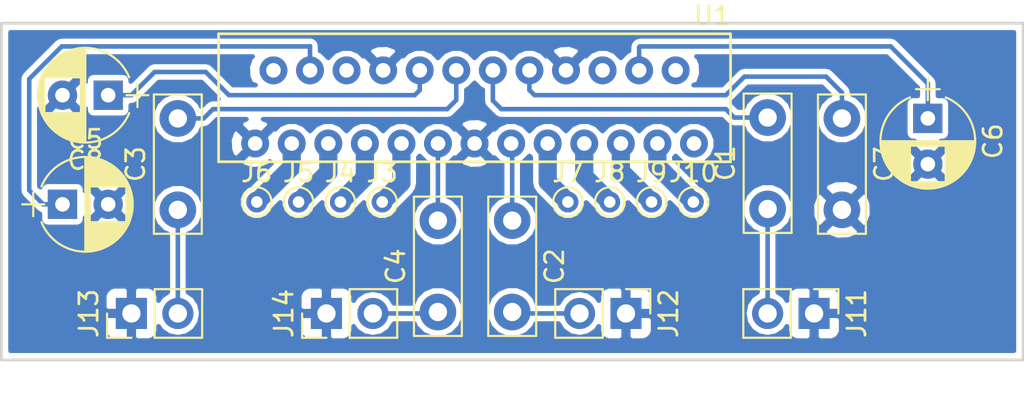
<source format=kicad_pcb>
(kicad_pcb (version 4) (host pcbnew 4.0.6-e0-6349~53~ubuntu16.04.1)

  (general
    (links 33)
    (no_connects 13)
    (area 134.544999 97.0286 190.575001 119.333333)
    (thickness 1.6)
    (drawings 4)
    (tracks 63)
    (zones 0)
    (modules 21)
    (nets 25)
  )

  (page A4)
  (layers
    (0 F.Cu signal)
    (31 B.Cu signal)
    (32 B.Adhes user)
    (33 F.Adhes user)
    (34 B.Paste user)
    (35 F.Paste user)
    (36 B.SilkS user)
    (37 F.SilkS user)
    (38 B.Mask user)
    (39 F.Mask user)
    (40 Dwgs.User user)
    (41 Cmts.User user)
    (42 Eco1.User user)
    (43 Eco2.User user)
    (44 Edge.Cuts user)
    (45 Margin user)
    (46 B.CrtYd user)
    (47 F.CrtYd user)
    (48 B.Fab user)
    (49 F.Fab user)
  )

  (setup
    (last_trace_width 0.25)
    (trace_clearance 0.2)
    (zone_clearance 0.508)
    (zone_45_only no)
    (trace_min 0.2)
    (segment_width 0.2)
    (edge_width 0.15)
    (via_size 0.6)
    (via_drill 0.4)
    (via_min_size 0.4)
    (via_min_drill 0.3)
    (uvia_size 0.3)
    (uvia_drill 0.1)
    (uvias_allowed no)
    (uvia_min_size 0.2)
    (uvia_min_drill 0.1)
    (pcb_text_width 0.3)
    (pcb_text_size 1.5 1.5)
    (mod_edge_width 0.15)
    (mod_text_size 1 1)
    (mod_text_width 0.15)
    (pad_size 1.524 1.524)
    (pad_drill 0.762)
    (pad_to_mask_clearance 0.2)
    (aux_axis_origin 0 0)
    (visible_elements FFFFFF7F)
    (pcbplotparams
      (layerselection 0x00030_80000001)
      (usegerberextensions false)
      (excludeedgelayer true)
      (linewidth 0.100000)
      (plotframeref false)
      (viasonmask false)
      (mode 1)
      (useauxorigin false)
      (hpglpennumber 1)
      (hpglpenspeed 20)
      (hpglpendiameter 15)
      (hpglpenoverlay 2)
      (psnegative false)
      (psa4output false)
      (plotreference true)
      (plotvalue true)
      (plotinvisibletext false)
      (padsonsilk false)
      (subtractmaskfromsilk false)
      (outputformat 1)
      (mirror false)
      (drillshape 1)
      (scaleselection 1)
      (outputdirectory ""))
  )

  (net 0 "")
  (net 1 GNDA)
  (net 2 "Net-(C5-Pad1)")
  (net 3 "Net-(C8-Pad1)")
  (net 4 "Net-(C4-Pad2)")
  (net 5 "Net-(C3-Pad2)")
  (net 6 "Net-(C1-Pad2)")
  (net 7 "Net-(C2-Pad1)")
  (net 8 "Net-(C7-Pad1)")
  (net 9 "Net-(C6-Pad1)")
  (net 10 "Net-(U1-Pad25)")
  (net 11 "Net-(C1-Pad1)")
  (net 12 "Net-(C2-Pad2)")
  (net 13 "Net-(C3-Pad1)")
  (net 14 "Net-(C4-Pad1)")
  (net 15 "Net-(J6-Pad1)")
  (net 16 "Net-(J5-Pad1)")
  (net 17 "Net-(J1-Pad1)")
  (net 18 "Net-(J4-Pad1)")
  (net 19 "Net-(J3-Pad1)")
  (net 20 "Net-(J7-Pad1)")
  (net 21 "Net-(J8-Pad1)")
  (net 22 "Net-(J2-Pad1)")
  (net 23 "Net-(J9-Pad1)")
  (net 24 "Net-(J10-Pad1)")

  (net_class Default "This is the default net class."
    (clearance 0.2)
    (trace_width 0.25)
    (via_dia 0.6)
    (via_drill 0.4)
    (uvia_dia 0.3)
    (uvia_drill 0.1)
    (add_net GNDA)
    (add_net "Net-(C1-Pad1)")
    (add_net "Net-(C1-Pad2)")
    (add_net "Net-(C2-Pad1)")
    (add_net "Net-(C2-Pad2)")
    (add_net "Net-(C3-Pad1)")
    (add_net "Net-(C3-Pad2)")
    (add_net "Net-(C4-Pad1)")
    (add_net "Net-(C4-Pad2)")
    (add_net "Net-(C5-Pad1)")
    (add_net "Net-(C6-Pad1)")
    (add_net "Net-(C7-Pad1)")
    (add_net "Net-(C8-Pad1)")
    (add_net "Net-(J1-Pad1)")
    (add_net "Net-(J10-Pad1)")
    (add_net "Net-(J2-Pad1)")
    (add_net "Net-(J3-Pad1)")
    (add_net "Net-(J4-Pad1)")
    (add_net "Net-(J5-Pad1)")
    (add_net "Net-(J6-Pad1)")
    (add_net "Net-(J7-Pad1)")
    (add_net "Net-(J8-Pad1)")
    (add_net "Net-(J9-Pad1)")
    (add_net "Net-(U1-Pad25)")
  )

  (module tda7385 (layer F.Cu) (tedit 58E53AB7) (tstamp 58E544D0)
    (at 148.5011 105.0036)
    (path /58DD598E)
    (fp_text reference U1 (at 25 -7) (layer F.SilkS)
      (effects (font (size 1 1) (thickness 0.15)))
    )
    (fp_text value TDA7385 (at -3 -3 90) (layer F.Fab)
      (effects (font (size 1 1) (thickness 0.15)))
    )
    (fp_line (start 26 -6) (end 26 -5) (layer F.SilkS) (width 0.15))
    (fp_line (start -2 -6) (end 26 -6) (layer F.SilkS) (width 0.15))
    (fp_line (start -2 1) (end -2 -6) (layer F.SilkS) (width 0.15))
    (fp_line (start 26 1) (end -2 1) (layer F.SilkS) (width 0.15))
    (fp_line (start 26 -5) (end 26 1) (layer F.SilkS) (width 0.15))
    (pad 1 thru_hole circle (at 0 0) (size 1.524 1.524) (drill 0.8) (layers *.Cu *.Mask)
      (net 1 GNDA))
    (pad 2 thru_hole circle (at 1 -4) (size 1.524 1.524) (drill 0.8) (layers *.Cu *.Mask)
      (net 1 GNDA))
    (pad 3 thru_hole circle (at 2 0) (size 1.524 1.524) (drill 0.8) (layers *.Cu *.Mask)
      (net 15 "Net-(J6-Pad1)"))
    (pad 4 thru_hole circle (at 3 -4) (size 1.524 1.524) (drill 0.8) (layers *.Cu *.Mask)
      (net 2 "Net-(C5-Pad1)"))
    (pad 5 thru_hole circle (at 4 0) (size 1.524 1.524) (drill 0.8) (layers *.Cu *.Mask)
      (net 16 "Net-(J5-Pad1)"))
    (pad 6 thru_hole circle (at 5 -4) (size 1.524 1.524) (drill 0.8) (layers *.Cu *.Mask)
      (net 17 "Net-(J1-Pad1)"))
    (pad 7 thru_hole circle (at 6 0) (size 1.524 1.524) (drill 0.8) (layers *.Cu *.Mask)
      (net 18 "Net-(J4-Pad1)"))
    (pad 8 thru_hole circle (at 7 -4) (size 1.524 1.524) (drill 0.8) (layers *.Cu *.Mask)
      (net 1 GNDA))
    (pad 9 thru_hole circle (at 8 0) (size 1.524 1.524) (drill 0.8) (layers *.Cu *.Mask)
      (net 19 "Net-(J3-Pad1)"))
    (pad 10 thru_hole circle (at 9 -4) (size 1.524 1.524) (drill 0.8) (layers *.Cu *.Mask)
      (net 3 "Net-(C8-Pad1)"))
    (pad 11 thru_hole circle (at 10 0) (size 1.524 1.524) (drill 0.8) (layers *.Cu *.Mask)
      (net 4 "Net-(C4-Pad2)"))
    (pad 12 thru_hole circle (at 11 -4) (size 1.524 1.524) (drill 0.8) (layers *.Cu *.Mask)
      (net 5 "Net-(C3-Pad2)"))
    (pad 13 thru_hole circle (at 12 0) (size 1.524 1.524) (drill 0.8) (layers *.Cu *.Mask)
      (net 1 GNDA))
    (pad 14 thru_hole circle (at 13 -4) (size 1.524 1.524) (drill 0.8) (layers *.Cu *.Mask)
      (net 6 "Net-(C1-Pad2)"))
    (pad 15 thru_hole circle (at 14 0 90) (size 1.524 1.524) (drill 0.8) (layers *.Cu *.Mask)
      (net 7 "Net-(C2-Pad1)"))
    (pad 16 thru_hole circle (at 15 -4) (size 1.524 1.524) (drill 0.8) (layers *.Cu *.Mask)
      (net 8 "Net-(C7-Pad1)"))
    (pad 17 thru_hole circle (at 16 0) (size 1.524 1.524) (drill 0.8) (layers *.Cu *.Mask)
      (net 20 "Net-(J7-Pad1)"))
    (pad 18 thru_hole circle (at 17 -4) (size 1.524 1.524) (drill 0.8) (layers *.Cu *.Mask)
      (net 1 GNDA))
    (pad 19 thru_hole circle (at 18 0) (size 1.524 1.524) (drill 0.8) (layers *.Cu *.Mask)
      (net 21 "Net-(J8-Pad1)"))
    (pad 20 thru_hole circle (at 19 -4) (size 1.524 1.524) (drill 0.8) (layers *.Cu *.Mask)
      (net 22 "Net-(J2-Pad1)"))
    (pad 21 thru_hole circle (at 20 0) (size 1.524 1.524) (drill 0.8) (layers *.Cu *.Mask)
      (net 23 "Net-(J9-Pad1)"))
    (pad 22 thru_hole circle (at 21 -4) (size 1.524 1.524) (drill 0.8) (layers *.Cu *.Mask)
      (net 9 "Net-(C6-Pad1)"))
    (pad 23 thru_hole circle (at 22 0) (size 1.524 1.524) (drill 0.8) (layers *.Cu *.Mask)
      (net 24 "Net-(J10-Pad1)"))
    (pad 24 thru_hole circle (at 23 -4) (size 1.524 1.524) (drill 0.8) (layers *.Cu *.Mask)
      (net 1 GNDA))
    (pad 25 thru_hole circle (at 24 0) (size 1.524 1.524) (drill 0.8) (layers *.Cu *.Mask)
      (net 10 "Net-(U1-Pad25)"))
  )

  (module Capacitors_THT:C_Disc_D7.5mm_W2.5mm_P5.00mm (layer F.Cu) (tedit 58765D06) (tstamp 58E54585)
    (at 176.53 108.585 90)
    (descr "C, Disc series, Radial, pin pitch=5.00mm, , diameter*width=7.5*2.5mm^2, Capacitor, http://www.vishay.com/docs/28535/vy2series.pdf")
    (tags "C Disc series Radial pin pitch 5.00mm  diameter 7.5mm width 2.5mm Capacitor")
    (path /58DD6854)
    (fp_text reference C1 (at 2.5 -2.31 90) (layer F.SilkS)
      (effects (font (size 1 1) (thickness 0.15)))
    )
    (fp_text value 100nf (at 2.5 2.31 90) (layer F.Fab)
      (effects (font (size 1 1) (thickness 0.15)))
    )
    (fp_line (start -1.25 -1.25) (end -1.25 1.25) (layer F.Fab) (width 0.1))
    (fp_line (start -1.25 1.25) (end 6.25 1.25) (layer F.Fab) (width 0.1))
    (fp_line (start 6.25 1.25) (end 6.25 -1.25) (layer F.Fab) (width 0.1))
    (fp_line (start 6.25 -1.25) (end -1.25 -1.25) (layer F.Fab) (width 0.1))
    (fp_line (start -1.31 -1.31) (end 6.31 -1.31) (layer F.SilkS) (width 0.12))
    (fp_line (start -1.31 1.31) (end 6.31 1.31) (layer F.SilkS) (width 0.12))
    (fp_line (start -1.31 -1.31) (end -1.31 1.31) (layer F.SilkS) (width 0.12))
    (fp_line (start 6.31 -1.31) (end 6.31 1.31) (layer F.SilkS) (width 0.12))
    (fp_line (start -1.6 -1.6) (end -1.6 1.6) (layer F.CrtYd) (width 0.05))
    (fp_line (start -1.6 1.6) (end 6.6 1.6) (layer F.CrtYd) (width 0.05))
    (fp_line (start 6.6 1.6) (end 6.6 -1.6) (layer F.CrtYd) (width 0.05))
    (fp_line (start 6.6 -1.6) (end -1.6 -1.6) (layer F.CrtYd) (width 0.05))
    (pad 1 thru_hole circle (at 0 0 90) (size 2 2) (drill 1) (layers *.Cu *.Mask)
      (net 11 "Net-(C1-Pad1)"))
    (pad 2 thru_hole circle (at 5 0 90) (size 2 2) (drill 1) (layers *.Cu *.Mask)
      (net 6 "Net-(C1-Pad2)"))
    (model Capacitors_THT.3dshapes/C_Disc_D7.5mm_W2.5mm_P5.00mm.wrl
      (at (xyz 0 0 0))
      (scale (xyz 0.393701 0.393701 0.393701))
      (rotate (xyz 0 0 0))
    )
  )

  (module Capacitors_THT:C_Disc_D7.5mm_W2.5mm_P5.00mm (layer F.Cu) (tedit 58765D06) (tstamp 58E54597)
    (at 162.56 109.22 270)
    (descr "C, Disc series, Radial, pin pitch=5.00mm, , diameter*width=7.5*2.5mm^2, Capacitor, http://www.vishay.com/docs/28535/vy2series.pdf")
    (tags "C Disc series Radial pin pitch 5.00mm  diameter 7.5mm width 2.5mm Capacitor")
    (path /58DD65DE)
    (fp_text reference C2 (at 2.5 -2.31 270) (layer F.SilkS)
      (effects (font (size 1 1) (thickness 0.15)))
    )
    (fp_text value 100nf (at 2.5 2.31 270) (layer F.Fab)
      (effects (font (size 1 1) (thickness 0.15)))
    )
    (fp_line (start -1.25 -1.25) (end -1.25 1.25) (layer F.Fab) (width 0.1))
    (fp_line (start -1.25 1.25) (end 6.25 1.25) (layer F.Fab) (width 0.1))
    (fp_line (start 6.25 1.25) (end 6.25 -1.25) (layer F.Fab) (width 0.1))
    (fp_line (start 6.25 -1.25) (end -1.25 -1.25) (layer F.Fab) (width 0.1))
    (fp_line (start -1.31 -1.31) (end 6.31 -1.31) (layer F.SilkS) (width 0.12))
    (fp_line (start -1.31 1.31) (end 6.31 1.31) (layer F.SilkS) (width 0.12))
    (fp_line (start -1.31 -1.31) (end -1.31 1.31) (layer F.SilkS) (width 0.12))
    (fp_line (start 6.31 -1.31) (end 6.31 1.31) (layer F.SilkS) (width 0.12))
    (fp_line (start -1.6 -1.6) (end -1.6 1.6) (layer F.CrtYd) (width 0.05))
    (fp_line (start -1.6 1.6) (end 6.6 1.6) (layer F.CrtYd) (width 0.05))
    (fp_line (start 6.6 1.6) (end 6.6 -1.6) (layer F.CrtYd) (width 0.05))
    (fp_line (start 6.6 -1.6) (end -1.6 -1.6) (layer F.CrtYd) (width 0.05))
    (pad 1 thru_hole circle (at 0 0 270) (size 2 2) (drill 1) (layers *.Cu *.Mask)
      (net 7 "Net-(C2-Pad1)"))
    (pad 2 thru_hole circle (at 5 0 270) (size 2 2) (drill 1) (layers *.Cu *.Mask)
      (net 12 "Net-(C2-Pad2)"))
    (model Capacitors_THT.3dshapes/C_Disc_D7.5mm_W2.5mm_P5.00mm.wrl
      (at (xyz 0 0 0))
      (scale (xyz 0.393701 0.393701 0.393701))
      (rotate (xyz 0 0 0))
    )
  )

  (module Capacitors_THT:C_Disc_D7.5mm_W2.5mm_P5.00mm (layer F.Cu) (tedit 58765D06) (tstamp 58E545A9)
    (at 144.272 108.632 90)
    (descr "C, Disc series, Radial, pin pitch=5.00mm, , diameter*width=7.5*2.5mm^2, Capacitor, http://www.vishay.com/docs/28535/vy2series.pdf")
    (tags "C Disc series Radial pin pitch 5.00mm  diameter 7.5mm width 2.5mm Capacitor")
    (path /58DD66B1)
    (fp_text reference C3 (at 2.5 -2.31 90) (layer F.SilkS)
      (effects (font (size 1 1) (thickness 0.15)))
    )
    (fp_text value 100nf (at 2.5 2.31 90) (layer F.Fab)
      (effects (font (size 1 1) (thickness 0.15)))
    )
    (fp_line (start -1.25 -1.25) (end -1.25 1.25) (layer F.Fab) (width 0.1))
    (fp_line (start -1.25 1.25) (end 6.25 1.25) (layer F.Fab) (width 0.1))
    (fp_line (start 6.25 1.25) (end 6.25 -1.25) (layer F.Fab) (width 0.1))
    (fp_line (start 6.25 -1.25) (end -1.25 -1.25) (layer F.Fab) (width 0.1))
    (fp_line (start -1.31 -1.31) (end 6.31 -1.31) (layer F.SilkS) (width 0.12))
    (fp_line (start -1.31 1.31) (end 6.31 1.31) (layer F.SilkS) (width 0.12))
    (fp_line (start -1.31 -1.31) (end -1.31 1.31) (layer F.SilkS) (width 0.12))
    (fp_line (start 6.31 -1.31) (end 6.31 1.31) (layer F.SilkS) (width 0.12))
    (fp_line (start -1.6 -1.6) (end -1.6 1.6) (layer F.CrtYd) (width 0.05))
    (fp_line (start -1.6 1.6) (end 6.6 1.6) (layer F.CrtYd) (width 0.05))
    (fp_line (start 6.6 1.6) (end 6.6 -1.6) (layer F.CrtYd) (width 0.05))
    (fp_line (start 6.6 -1.6) (end -1.6 -1.6) (layer F.CrtYd) (width 0.05))
    (pad 1 thru_hole circle (at 0 0 90) (size 2 2) (drill 1) (layers *.Cu *.Mask)
      (net 13 "Net-(C3-Pad1)"))
    (pad 2 thru_hole circle (at 5 0 90) (size 2 2) (drill 1) (layers *.Cu *.Mask)
      (net 5 "Net-(C3-Pad2)"))
    (model Capacitors_THT.3dshapes/C_Disc_D7.5mm_W2.5mm_P5.00mm.wrl
      (at (xyz 0 0 0))
      (scale (xyz 0.393701 0.393701 0.393701))
      (rotate (xyz 0 0 0))
    )
  )

  (module Capacitors_THT:C_Disc_D7.5mm_W2.5mm_P5.00mm (layer F.Cu) (tedit 58765D06) (tstamp 58E545BB)
    (at 158.496 114.22 90)
    (descr "C, Disc series, Radial, pin pitch=5.00mm, , diameter*width=7.5*2.5mm^2, Capacitor, http://www.vishay.com/docs/28535/vy2series.pdf")
    (tags "C Disc series Radial pin pitch 5.00mm  diameter 7.5mm width 2.5mm Capacitor")
    (path /58DD6745)
    (fp_text reference C4 (at 2.5 -2.31 90) (layer F.SilkS)
      (effects (font (size 1 1) (thickness 0.15)))
    )
    (fp_text value 100nf (at 2.5 2.31 90) (layer F.Fab)
      (effects (font (size 1 1) (thickness 0.15)))
    )
    (fp_line (start -1.25 -1.25) (end -1.25 1.25) (layer F.Fab) (width 0.1))
    (fp_line (start -1.25 1.25) (end 6.25 1.25) (layer F.Fab) (width 0.1))
    (fp_line (start 6.25 1.25) (end 6.25 -1.25) (layer F.Fab) (width 0.1))
    (fp_line (start 6.25 -1.25) (end -1.25 -1.25) (layer F.Fab) (width 0.1))
    (fp_line (start -1.31 -1.31) (end 6.31 -1.31) (layer F.SilkS) (width 0.12))
    (fp_line (start -1.31 1.31) (end 6.31 1.31) (layer F.SilkS) (width 0.12))
    (fp_line (start -1.31 -1.31) (end -1.31 1.31) (layer F.SilkS) (width 0.12))
    (fp_line (start 6.31 -1.31) (end 6.31 1.31) (layer F.SilkS) (width 0.12))
    (fp_line (start -1.6 -1.6) (end -1.6 1.6) (layer F.CrtYd) (width 0.05))
    (fp_line (start -1.6 1.6) (end 6.6 1.6) (layer F.CrtYd) (width 0.05))
    (fp_line (start 6.6 1.6) (end 6.6 -1.6) (layer F.CrtYd) (width 0.05))
    (fp_line (start 6.6 -1.6) (end -1.6 -1.6) (layer F.CrtYd) (width 0.05))
    (pad 1 thru_hole circle (at 0 0 90) (size 2 2) (drill 1) (layers *.Cu *.Mask)
      (net 14 "Net-(C4-Pad1)"))
    (pad 2 thru_hole circle (at 5 0 90) (size 2 2) (drill 1) (layers *.Cu *.Mask)
      (net 4 "Net-(C4-Pad2)"))
    (model Capacitors_THT.3dshapes/C_Disc_D7.5mm_W2.5mm_P5.00mm.wrl
      (at (xyz 0 0 0))
      (scale (xyz 0.393701 0.393701 0.393701))
      (rotate (xyz 0 0 0))
    )
  )

  (module Capacitors_THT:CP_Radial_D5.0mm_P2.50mm (layer F.Cu) (tedit 58765D06) (tstamp 58E5463F)
    (at 137.962 108.331)
    (descr "CP, Radial series, Radial, pin pitch=2.50mm, , diameter=5mm, Electrolytic Capacitor")
    (tags "CP Radial series Radial pin pitch 2.50mm  diameter 5mm Electrolytic Capacitor")
    (path /58DD8B7D)
    (fp_text reference C5 (at 1.25 -3.56) (layer F.SilkS)
      (effects (font (size 1 1) (thickness 0.15)))
    )
    (fp_text value 1uF (at 1.25 3.56) (layer F.Fab)
      (effects (font (size 1 1) (thickness 0.15)))
    )
    (fp_arc (start 1.25 0) (end -1.147436 -0.98) (angle 135.5) (layer F.SilkS) (width 0.12))
    (fp_arc (start 1.25 0) (end -1.147436 0.98) (angle -135.5) (layer F.SilkS) (width 0.12))
    (fp_arc (start 1.25 0) (end 3.647436 -0.98) (angle 44.5) (layer F.SilkS) (width 0.12))
    (fp_circle (center 1.25 0) (end 3.75 0) (layer F.Fab) (width 0.1))
    (fp_line (start -2.2 0) (end -1 0) (layer F.Fab) (width 0.1))
    (fp_line (start -1.6 -0.65) (end -1.6 0.65) (layer F.Fab) (width 0.1))
    (fp_line (start 1.25 -2.55) (end 1.25 2.55) (layer F.SilkS) (width 0.12))
    (fp_line (start 1.29 -2.55) (end 1.29 2.55) (layer F.SilkS) (width 0.12))
    (fp_line (start 1.33 -2.549) (end 1.33 2.549) (layer F.SilkS) (width 0.12))
    (fp_line (start 1.37 -2.548) (end 1.37 2.548) (layer F.SilkS) (width 0.12))
    (fp_line (start 1.41 -2.546) (end 1.41 2.546) (layer F.SilkS) (width 0.12))
    (fp_line (start 1.45 -2.543) (end 1.45 2.543) (layer F.SilkS) (width 0.12))
    (fp_line (start 1.49 -2.539) (end 1.49 2.539) (layer F.SilkS) (width 0.12))
    (fp_line (start 1.53 -2.535) (end 1.53 -0.98) (layer F.SilkS) (width 0.12))
    (fp_line (start 1.53 0.98) (end 1.53 2.535) (layer F.SilkS) (width 0.12))
    (fp_line (start 1.57 -2.531) (end 1.57 -0.98) (layer F.SilkS) (width 0.12))
    (fp_line (start 1.57 0.98) (end 1.57 2.531) (layer F.SilkS) (width 0.12))
    (fp_line (start 1.61 -2.525) (end 1.61 -0.98) (layer F.SilkS) (width 0.12))
    (fp_line (start 1.61 0.98) (end 1.61 2.525) (layer F.SilkS) (width 0.12))
    (fp_line (start 1.65 -2.519) (end 1.65 -0.98) (layer F.SilkS) (width 0.12))
    (fp_line (start 1.65 0.98) (end 1.65 2.519) (layer F.SilkS) (width 0.12))
    (fp_line (start 1.69 -2.513) (end 1.69 -0.98) (layer F.SilkS) (width 0.12))
    (fp_line (start 1.69 0.98) (end 1.69 2.513) (layer F.SilkS) (width 0.12))
    (fp_line (start 1.73 -2.506) (end 1.73 -0.98) (layer F.SilkS) (width 0.12))
    (fp_line (start 1.73 0.98) (end 1.73 2.506) (layer F.SilkS) (width 0.12))
    (fp_line (start 1.77 -2.498) (end 1.77 -0.98) (layer F.SilkS) (width 0.12))
    (fp_line (start 1.77 0.98) (end 1.77 2.498) (layer F.SilkS) (width 0.12))
    (fp_line (start 1.81 -2.489) (end 1.81 -0.98) (layer F.SilkS) (width 0.12))
    (fp_line (start 1.81 0.98) (end 1.81 2.489) (layer F.SilkS) (width 0.12))
    (fp_line (start 1.85 -2.48) (end 1.85 -0.98) (layer F.SilkS) (width 0.12))
    (fp_line (start 1.85 0.98) (end 1.85 2.48) (layer F.SilkS) (width 0.12))
    (fp_line (start 1.89 -2.47) (end 1.89 -0.98) (layer F.SilkS) (width 0.12))
    (fp_line (start 1.89 0.98) (end 1.89 2.47) (layer F.SilkS) (width 0.12))
    (fp_line (start 1.93 -2.46) (end 1.93 -0.98) (layer F.SilkS) (width 0.12))
    (fp_line (start 1.93 0.98) (end 1.93 2.46) (layer F.SilkS) (width 0.12))
    (fp_line (start 1.971 -2.448) (end 1.971 -0.98) (layer F.SilkS) (width 0.12))
    (fp_line (start 1.971 0.98) (end 1.971 2.448) (layer F.SilkS) (width 0.12))
    (fp_line (start 2.011 -2.436) (end 2.011 -0.98) (layer F.SilkS) (width 0.12))
    (fp_line (start 2.011 0.98) (end 2.011 2.436) (layer F.SilkS) (width 0.12))
    (fp_line (start 2.051 -2.424) (end 2.051 -0.98) (layer F.SilkS) (width 0.12))
    (fp_line (start 2.051 0.98) (end 2.051 2.424) (layer F.SilkS) (width 0.12))
    (fp_line (start 2.091 -2.41) (end 2.091 -0.98) (layer F.SilkS) (width 0.12))
    (fp_line (start 2.091 0.98) (end 2.091 2.41) (layer F.SilkS) (width 0.12))
    (fp_line (start 2.131 -2.396) (end 2.131 -0.98) (layer F.SilkS) (width 0.12))
    (fp_line (start 2.131 0.98) (end 2.131 2.396) (layer F.SilkS) (width 0.12))
    (fp_line (start 2.171 -2.382) (end 2.171 -0.98) (layer F.SilkS) (width 0.12))
    (fp_line (start 2.171 0.98) (end 2.171 2.382) (layer F.SilkS) (width 0.12))
    (fp_line (start 2.211 -2.366) (end 2.211 -0.98) (layer F.SilkS) (width 0.12))
    (fp_line (start 2.211 0.98) (end 2.211 2.366) (layer F.SilkS) (width 0.12))
    (fp_line (start 2.251 -2.35) (end 2.251 -0.98) (layer F.SilkS) (width 0.12))
    (fp_line (start 2.251 0.98) (end 2.251 2.35) (layer F.SilkS) (width 0.12))
    (fp_line (start 2.291 -2.333) (end 2.291 -0.98) (layer F.SilkS) (width 0.12))
    (fp_line (start 2.291 0.98) (end 2.291 2.333) (layer F.SilkS) (width 0.12))
    (fp_line (start 2.331 -2.315) (end 2.331 -0.98) (layer F.SilkS) (width 0.12))
    (fp_line (start 2.331 0.98) (end 2.331 2.315) (layer F.SilkS) (width 0.12))
    (fp_line (start 2.371 -2.296) (end 2.371 -0.98) (layer F.SilkS) (width 0.12))
    (fp_line (start 2.371 0.98) (end 2.371 2.296) (layer F.SilkS) (width 0.12))
    (fp_line (start 2.411 -2.276) (end 2.411 -0.98) (layer F.SilkS) (width 0.12))
    (fp_line (start 2.411 0.98) (end 2.411 2.276) (layer F.SilkS) (width 0.12))
    (fp_line (start 2.451 -2.256) (end 2.451 -0.98) (layer F.SilkS) (width 0.12))
    (fp_line (start 2.451 0.98) (end 2.451 2.256) (layer F.SilkS) (width 0.12))
    (fp_line (start 2.491 -2.234) (end 2.491 -0.98) (layer F.SilkS) (width 0.12))
    (fp_line (start 2.491 0.98) (end 2.491 2.234) (layer F.SilkS) (width 0.12))
    (fp_line (start 2.531 -2.212) (end 2.531 -0.98) (layer F.SilkS) (width 0.12))
    (fp_line (start 2.531 0.98) (end 2.531 2.212) (layer F.SilkS) (width 0.12))
    (fp_line (start 2.571 -2.189) (end 2.571 -0.98) (layer F.SilkS) (width 0.12))
    (fp_line (start 2.571 0.98) (end 2.571 2.189) (layer F.SilkS) (width 0.12))
    (fp_line (start 2.611 -2.165) (end 2.611 -0.98) (layer F.SilkS) (width 0.12))
    (fp_line (start 2.611 0.98) (end 2.611 2.165) (layer F.SilkS) (width 0.12))
    (fp_line (start 2.651 -2.14) (end 2.651 -0.98) (layer F.SilkS) (width 0.12))
    (fp_line (start 2.651 0.98) (end 2.651 2.14) (layer F.SilkS) (width 0.12))
    (fp_line (start 2.691 -2.113) (end 2.691 -0.98) (layer F.SilkS) (width 0.12))
    (fp_line (start 2.691 0.98) (end 2.691 2.113) (layer F.SilkS) (width 0.12))
    (fp_line (start 2.731 -2.086) (end 2.731 -0.98) (layer F.SilkS) (width 0.12))
    (fp_line (start 2.731 0.98) (end 2.731 2.086) (layer F.SilkS) (width 0.12))
    (fp_line (start 2.771 -2.058) (end 2.771 -0.98) (layer F.SilkS) (width 0.12))
    (fp_line (start 2.771 0.98) (end 2.771 2.058) (layer F.SilkS) (width 0.12))
    (fp_line (start 2.811 -2.028) (end 2.811 -0.98) (layer F.SilkS) (width 0.12))
    (fp_line (start 2.811 0.98) (end 2.811 2.028) (layer F.SilkS) (width 0.12))
    (fp_line (start 2.851 -1.997) (end 2.851 -0.98) (layer F.SilkS) (width 0.12))
    (fp_line (start 2.851 0.98) (end 2.851 1.997) (layer F.SilkS) (width 0.12))
    (fp_line (start 2.891 -1.965) (end 2.891 -0.98) (layer F.SilkS) (width 0.12))
    (fp_line (start 2.891 0.98) (end 2.891 1.965) (layer F.SilkS) (width 0.12))
    (fp_line (start 2.931 -1.932) (end 2.931 -0.98) (layer F.SilkS) (width 0.12))
    (fp_line (start 2.931 0.98) (end 2.931 1.932) (layer F.SilkS) (width 0.12))
    (fp_line (start 2.971 -1.897) (end 2.971 -0.98) (layer F.SilkS) (width 0.12))
    (fp_line (start 2.971 0.98) (end 2.971 1.897) (layer F.SilkS) (width 0.12))
    (fp_line (start 3.011 -1.861) (end 3.011 -0.98) (layer F.SilkS) (width 0.12))
    (fp_line (start 3.011 0.98) (end 3.011 1.861) (layer F.SilkS) (width 0.12))
    (fp_line (start 3.051 -1.823) (end 3.051 -0.98) (layer F.SilkS) (width 0.12))
    (fp_line (start 3.051 0.98) (end 3.051 1.823) (layer F.SilkS) (width 0.12))
    (fp_line (start 3.091 -1.783) (end 3.091 -0.98) (layer F.SilkS) (width 0.12))
    (fp_line (start 3.091 0.98) (end 3.091 1.783) (layer F.SilkS) (width 0.12))
    (fp_line (start 3.131 -1.742) (end 3.131 -0.98) (layer F.SilkS) (width 0.12))
    (fp_line (start 3.131 0.98) (end 3.131 1.742) (layer F.SilkS) (width 0.12))
    (fp_line (start 3.171 -1.699) (end 3.171 -0.98) (layer F.SilkS) (width 0.12))
    (fp_line (start 3.171 0.98) (end 3.171 1.699) (layer F.SilkS) (width 0.12))
    (fp_line (start 3.211 -1.654) (end 3.211 -0.98) (layer F.SilkS) (width 0.12))
    (fp_line (start 3.211 0.98) (end 3.211 1.654) (layer F.SilkS) (width 0.12))
    (fp_line (start 3.251 -1.606) (end 3.251 -0.98) (layer F.SilkS) (width 0.12))
    (fp_line (start 3.251 0.98) (end 3.251 1.606) (layer F.SilkS) (width 0.12))
    (fp_line (start 3.291 -1.556) (end 3.291 -0.98) (layer F.SilkS) (width 0.12))
    (fp_line (start 3.291 0.98) (end 3.291 1.556) (layer F.SilkS) (width 0.12))
    (fp_line (start 3.331 -1.504) (end 3.331 -0.98) (layer F.SilkS) (width 0.12))
    (fp_line (start 3.331 0.98) (end 3.331 1.504) (layer F.SilkS) (width 0.12))
    (fp_line (start 3.371 -1.448) (end 3.371 -0.98) (layer F.SilkS) (width 0.12))
    (fp_line (start 3.371 0.98) (end 3.371 1.448) (layer F.SilkS) (width 0.12))
    (fp_line (start 3.411 -1.39) (end 3.411 -0.98) (layer F.SilkS) (width 0.12))
    (fp_line (start 3.411 0.98) (end 3.411 1.39) (layer F.SilkS) (width 0.12))
    (fp_line (start 3.451 -1.327) (end 3.451 -0.98) (layer F.SilkS) (width 0.12))
    (fp_line (start 3.451 0.98) (end 3.451 1.327) (layer F.SilkS) (width 0.12))
    (fp_line (start 3.491 -1.261) (end 3.491 1.261) (layer F.SilkS) (width 0.12))
    (fp_line (start 3.531 -1.189) (end 3.531 1.189) (layer F.SilkS) (width 0.12))
    (fp_line (start 3.571 -1.112) (end 3.571 1.112) (layer F.SilkS) (width 0.12))
    (fp_line (start 3.611 -1.028) (end 3.611 1.028) (layer F.SilkS) (width 0.12))
    (fp_line (start 3.651 -0.934) (end 3.651 0.934) (layer F.SilkS) (width 0.12))
    (fp_line (start 3.691 -0.829) (end 3.691 0.829) (layer F.SilkS) (width 0.12))
    (fp_line (start 3.731 -0.707) (end 3.731 0.707) (layer F.SilkS) (width 0.12))
    (fp_line (start 3.771 -0.559) (end 3.771 0.559) (layer F.SilkS) (width 0.12))
    (fp_line (start 3.811 -0.354) (end 3.811 0.354) (layer F.SilkS) (width 0.12))
    (fp_line (start -2.2 0) (end -1 0) (layer F.SilkS) (width 0.12))
    (fp_line (start -1.6 -0.65) (end -1.6 0.65) (layer F.SilkS) (width 0.12))
    (fp_line (start -1.6 -2.85) (end -1.6 2.85) (layer F.CrtYd) (width 0.05))
    (fp_line (start -1.6 2.85) (end 4.1 2.85) (layer F.CrtYd) (width 0.05))
    (fp_line (start 4.1 2.85) (end 4.1 -2.85) (layer F.CrtYd) (width 0.05))
    (fp_line (start 4.1 -2.85) (end -1.6 -2.85) (layer F.CrtYd) (width 0.05))
    (pad 1 thru_hole rect (at 0 0) (size 1.6 1.6) (drill 0.8) (layers *.Cu *.Mask)
      (net 2 "Net-(C5-Pad1)"))
    (pad 2 thru_hole circle (at 2.5 0) (size 1.6 1.6) (drill 0.8) (layers *.Cu *.Mask)
      (net 1 GNDA))
    (model Capacitors_THT.3dshapes/CP_Radial_D5.0mm_P2.50mm.wrl
      (at (xyz 0 0 0))
      (scale (xyz 0.393701 0.393701 0.393701))
      (rotate (xyz 0 0 0))
    )
  )

  (module Capacitors_THT:CP_Radial_D5.0mm_P2.50mm (layer F.Cu) (tedit 58765D06) (tstamp 58E546C3)
    (at 185.293 103.632 270)
    (descr "CP, Radial series, Radial, pin pitch=2.50mm, , diameter=5mm, Electrolytic Capacitor")
    (tags "CP Radial series Radial pin pitch 2.50mm  diameter 5mm Electrolytic Capacitor")
    (path /58DD8CA3)
    (fp_text reference C6 (at 1.25 -3.56 270) (layer F.SilkS)
      (effects (font (size 1 1) (thickness 0.15)))
    )
    (fp_text value 1uF (at 1.25 3.56 270) (layer F.Fab)
      (effects (font (size 1 1) (thickness 0.15)))
    )
    (fp_arc (start 1.25 0) (end -1.147436 -0.98) (angle 135.5) (layer F.SilkS) (width 0.12))
    (fp_arc (start 1.25 0) (end -1.147436 0.98) (angle -135.5) (layer F.SilkS) (width 0.12))
    (fp_arc (start 1.25 0) (end 3.647436 -0.98) (angle 44.5) (layer F.SilkS) (width 0.12))
    (fp_circle (center 1.25 0) (end 3.75 0) (layer F.Fab) (width 0.1))
    (fp_line (start -2.2 0) (end -1 0) (layer F.Fab) (width 0.1))
    (fp_line (start -1.6 -0.65) (end -1.6 0.65) (layer F.Fab) (width 0.1))
    (fp_line (start 1.25 -2.55) (end 1.25 2.55) (layer F.SilkS) (width 0.12))
    (fp_line (start 1.29 -2.55) (end 1.29 2.55) (layer F.SilkS) (width 0.12))
    (fp_line (start 1.33 -2.549) (end 1.33 2.549) (layer F.SilkS) (width 0.12))
    (fp_line (start 1.37 -2.548) (end 1.37 2.548) (layer F.SilkS) (width 0.12))
    (fp_line (start 1.41 -2.546) (end 1.41 2.546) (layer F.SilkS) (width 0.12))
    (fp_line (start 1.45 -2.543) (end 1.45 2.543) (layer F.SilkS) (width 0.12))
    (fp_line (start 1.49 -2.539) (end 1.49 2.539) (layer F.SilkS) (width 0.12))
    (fp_line (start 1.53 -2.535) (end 1.53 -0.98) (layer F.SilkS) (width 0.12))
    (fp_line (start 1.53 0.98) (end 1.53 2.535) (layer F.SilkS) (width 0.12))
    (fp_line (start 1.57 -2.531) (end 1.57 -0.98) (layer F.SilkS) (width 0.12))
    (fp_line (start 1.57 0.98) (end 1.57 2.531) (layer F.SilkS) (width 0.12))
    (fp_line (start 1.61 -2.525) (end 1.61 -0.98) (layer F.SilkS) (width 0.12))
    (fp_line (start 1.61 0.98) (end 1.61 2.525) (layer F.SilkS) (width 0.12))
    (fp_line (start 1.65 -2.519) (end 1.65 -0.98) (layer F.SilkS) (width 0.12))
    (fp_line (start 1.65 0.98) (end 1.65 2.519) (layer F.SilkS) (width 0.12))
    (fp_line (start 1.69 -2.513) (end 1.69 -0.98) (layer F.SilkS) (width 0.12))
    (fp_line (start 1.69 0.98) (end 1.69 2.513) (layer F.SilkS) (width 0.12))
    (fp_line (start 1.73 -2.506) (end 1.73 -0.98) (layer F.SilkS) (width 0.12))
    (fp_line (start 1.73 0.98) (end 1.73 2.506) (layer F.SilkS) (width 0.12))
    (fp_line (start 1.77 -2.498) (end 1.77 -0.98) (layer F.SilkS) (width 0.12))
    (fp_line (start 1.77 0.98) (end 1.77 2.498) (layer F.SilkS) (width 0.12))
    (fp_line (start 1.81 -2.489) (end 1.81 -0.98) (layer F.SilkS) (width 0.12))
    (fp_line (start 1.81 0.98) (end 1.81 2.489) (layer F.SilkS) (width 0.12))
    (fp_line (start 1.85 -2.48) (end 1.85 -0.98) (layer F.SilkS) (width 0.12))
    (fp_line (start 1.85 0.98) (end 1.85 2.48) (layer F.SilkS) (width 0.12))
    (fp_line (start 1.89 -2.47) (end 1.89 -0.98) (layer F.SilkS) (width 0.12))
    (fp_line (start 1.89 0.98) (end 1.89 2.47) (layer F.SilkS) (width 0.12))
    (fp_line (start 1.93 -2.46) (end 1.93 -0.98) (layer F.SilkS) (width 0.12))
    (fp_line (start 1.93 0.98) (end 1.93 2.46) (layer F.SilkS) (width 0.12))
    (fp_line (start 1.971 -2.448) (end 1.971 -0.98) (layer F.SilkS) (width 0.12))
    (fp_line (start 1.971 0.98) (end 1.971 2.448) (layer F.SilkS) (width 0.12))
    (fp_line (start 2.011 -2.436) (end 2.011 -0.98) (layer F.SilkS) (width 0.12))
    (fp_line (start 2.011 0.98) (end 2.011 2.436) (layer F.SilkS) (width 0.12))
    (fp_line (start 2.051 -2.424) (end 2.051 -0.98) (layer F.SilkS) (width 0.12))
    (fp_line (start 2.051 0.98) (end 2.051 2.424) (layer F.SilkS) (width 0.12))
    (fp_line (start 2.091 -2.41) (end 2.091 -0.98) (layer F.SilkS) (width 0.12))
    (fp_line (start 2.091 0.98) (end 2.091 2.41) (layer F.SilkS) (width 0.12))
    (fp_line (start 2.131 -2.396) (end 2.131 -0.98) (layer F.SilkS) (width 0.12))
    (fp_line (start 2.131 0.98) (end 2.131 2.396) (layer F.SilkS) (width 0.12))
    (fp_line (start 2.171 -2.382) (end 2.171 -0.98) (layer F.SilkS) (width 0.12))
    (fp_line (start 2.171 0.98) (end 2.171 2.382) (layer F.SilkS) (width 0.12))
    (fp_line (start 2.211 -2.366) (end 2.211 -0.98) (layer F.SilkS) (width 0.12))
    (fp_line (start 2.211 0.98) (end 2.211 2.366) (layer F.SilkS) (width 0.12))
    (fp_line (start 2.251 -2.35) (end 2.251 -0.98) (layer F.SilkS) (width 0.12))
    (fp_line (start 2.251 0.98) (end 2.251 2.35) (layer F.SilkS) (width 0.12))
    (fp_line (start 2.291 -2.333) (end 2.291 -0.98) (layer F.SilkS) (width 0.12))
    (fp_line (start 2.291 0.98) (end 2.291 2.333) (layer F.SilkS) (width 0.12))
    (fp_line (start 2.331 -2.315) (end 2.331 -0.98) (layer F.SilkS) (width 0.12))
    (fp_line (start 2.331 0.98) (end 2.331 2.315) (layer F.SilkS) (width 0.12))
    (fp_line (start 2.371 -2.296) (end 2.371 -0.98) (layer F.SilkS) (width 0.12))
    (fp_line (start 2.371 0.98) (end 2.371 2.296) (layer F.SilkS) (width 0.12))
    (fp_line (start 2.411 -2.276) (end 2.411 -0.98) (layer F.SilkS) (width 0.12))
    (fp_line (start 2.411 0.98) (end 2.411 2.276) (layer F.SilkS) (width 0.12))
    (fp_line (start 2.451 -2.256) (end 2.451 -0.98) (layer F.SilkS) (width 0.12))
    (fp_line (start 2.451 0.98) (end 2.451 2.256) (layer F.SilkS) (width 0.12))
    (fp_line (start 2.491 -2.234) (end 2.491 -0.98) (layer F.SilkS) (width 0.12))
    (fp_line (start 2.491 0.98) (end 2.491 2.234) (layer F.SilkS) (width 0.12))
    (fp_line (start 2.531 -2.212) (end 2.531 -0.98) (layer F.SilkS) (width 0.12))
    (fp_line (start 2.531 0.98) (end 2.531 2.212) (layer F.SilkS) (width 0.12))
    (fp_line (start 2.571 -2.189) (end 2.571 -0.98) (layer F.SilkS) (width 0.12))
    (fp_line (start 2.571 0.98) (end 2.571 2.189) (layer F.SilkS) (width 0.12))
    (fp_line (start 2.611 -2.165) (end 2.611 -0.98) (layer F.SilkS) (width 0.12))
    (fp_line (start 2.611 0.98) (end 2.611 2.165) (layer F.SilkS) (width 0.12))
    (fp_line (start 2.651 -2.14) (end 2.651 -0.98) (layer F.SilkS) (width 0.12))
    (fp_line (start 2.651 0.98) (end 2.651 2.14) (layer F.SilkS) (width 0.12))
    (fp_line (start 2.691 -2.113) (end 2.691 -0.98) (layer F.SilkS) (width 0.12))
    (fp_line (start 2.691 0.98) (end 2.691 2.113) (layer F.SilkS) (width 0.12))
    (fp_line (start 2.731 -2.086) (end 2.731 -0.98) (layer F.SilkS) (width 0.12))
    (fp_line (start 2.731 0.98) (end 2.731 2.086) (layer F.SilkS) (width 0.12))
    (fp_line (start 2.771 -2.058) (end 2.771 -0.98) (layer F.SilkS) (width 0.12))
    (fp_line (start 2.771 0.98) (end 2.771 2.058) (layer F.SilkS) (width 0.12))
    (fp_line (start 2.811 -2.028) (end 2.811 -0.98) (layer F.SilkS) (width 0.12))
    (fp_line (start 2.811 0.98) (end 2.811 2.028) (layer F.SilkS) (width 0.12))
    (fp_line (start 2.851 -1.997) (end 2.851 -0.98) (layer F.SilkS) (width 0.12))
    (fp_line (start 2.851 0.98) (end 2.851 1.997) (layer F.SilkS) (width 0.12))
    (fp_line (start 2.891 -1.965) (end 2.891 -0.98) (layer F.SilkS) (width 0.12))
    (fp_line (start 2.891 0.98) (end 2.891 1.965) (layer F.SilkS) (width 0.12))
    (fp_line (start 2.931 -1.932) (end 2.931 -0.98) (layer F.SilkS) (width 0.12))
    (fp_line (start 2.931 0.98) (end 2.931 1.932) (layer F.SilkS) (width 0.12))
    (fp_line (start 2.971 -1.897) (end 2.971 -0.98) (layer F.SilkS) (width 0.12))
    (fp_line (start 2.971 0.98) (end 2.971 1.897) (layer F.SilkS) (width 0.12))
    (fp_line (start 3.011 -1.861) (end 3.011 -0.98) (layer F.SilkS) (width 0.12))
    (fp_line (start 3.011 0.98) (end 3.011 1.861) (layer F.SilkS) (width 0.12))
    (fp_line (start 3.051 -1.823) (end 3.051 -0.98) (layer F.SilkS) (width 0.12))
    (fp_line (start 3.051 0.98) (end 3.051 1.823) (layer F.SilkS) (width 0.12))
    (fp_line (start 3.091 -1.783) (end 3.091 -0.98) (layer F.SilkS) (width 0.12))
    (fp_line (start 3.091 0.98) (end 3.091 1.783) (layer F.SilkS) (width 0.12))
    (fp_line (start 3.131 -1.742) (end 3.131 -0.98) (layer F.SilkS) (width 0.12))
    (fp_line (start 3.131 0.98) (end 3.131 1.742) (layer F.SilkS) (width 0.12))
    (fp_line (start 3.171 -1.699) (end 3.171 -0.98) (layer F.SilkS) (width 0.12))
    (fp_line (start 3.171 0.98) (end 3.171 1.699) (layer F.SilkS) (width 0.12))
    (fp_line (start 3.211 -1.654) (end 3.211 -0.98) (layer F.SilkS) (width 0.12))
    (fp_line (start 3.211 0.98) (end 3.211 1.654) (layer F.SilkS) (width 0.12))
    (fp_line (start 3.251 -1.606) (end 3.251 -0.98) (layer F.SilkS) (width 0.12))
    (fp_line (start 3.251 0.98) (end 3.251 1.606) (layer F.SilkS) (width 0.12))
    (fp_line (start 3.291 -1.556) (end 3.291 -0.98) (layer F.SilkS) (width 0.12))
    (fp_line (start 3.291 0.98) (end 3.291 1.556) (layer F.SilkS) (width 0.12))
    (fp_line (start 3.331 -1.504) (end 3.331 -0.98) (layer F.SilkS) (width 0.12))
    (fp_line (start 3.331 0.98) (end 3.331 1.504) (layer F.SilkS) (width 0.12))
    (fp_line (start 3.371 -1.448) (end 3.371 -0.98) (layer F.SilkS) (width 0.12))
    (fp_line (start 3.371 0.98) (end 3.371 1.448) (layer F.SilkS) (width 0.12))
    (fp_line (start 3.411 -1.39) (end 3.411 -0.98) (layer F.SilkS) (width 0.12))
    (fp_line (start 3.411 0.98) (end 3.411 1.39) (layer F.SilkS) (width 0.12))
    (fp_line (start 3.451 -1.327) (end 3.451 -0.98) (layer F.SilkS) (width 0.12))
    (fp_line (start 3.451 0.98) (end 3.451 1.327) (layer F.SilkS) (width 0.12))
    (fp_line (start 3.491 -1.261) (end 3.491 1.261) (layer F.SilkS) (width 0.12))
    (fp_line (start 3.531 -1.189) (end 3.531 1.189) (layer F.SilkS) (width 0.12))
    (fp_line (start 3.571 -1.112) (end 3.571 1.112) (layer F.SilkS) (width 0.12))
    (fp_line (start 3.611 -1.028) (end 3.611 1.028) (layer F.SilkS) (width 0.12))
    (fp_line (start 3.651 -0.934) (end 3.651 0.934) (layer F.SilkS) (width 0.12))
    (fp_line (start 3.691 -0.829) (end 3.691 0.829) (layer F.SilkS) (width 0.12))
    (fp_line (start 3.731 -0.707) (end 3.731 0.707) (layer F.SilkS) (width 0.12))
    (fp_line (start 3.771 -0.559) (end 3.771 0.559) (layer F.SilkS) (width 0.12))
    (fp_line (start 3.811 -0.354) (end 3.811 0.354) (layer F.SilkS) (width 0.12))
    (fp_line (start -2.2 0) (end -1 0) (layer F.SilkS) (width 0.12))
    (fp_line (start -1.6 -0.65) (end -1.6 0.65) (layer F.SilkS) (width 0.12))
    (fp_line (start -1.6 -2.85) (end -1.6 2.85) (layer F.CrtYd) (width 0.05))
    (fp_line (start -1.6 2.85) (end 4.1 2.85) (layer F.CrtYd) (width 0.05))
    (fp_line (start 4.1 2.85) (end 4.1 -2.85) (layer F.CrtYd) (width 0.05))
    (fp_line (start 4.1 -2.85) (end -1.6 -2.85) (layer F.CrtYd) (width 0.05))
    (pad 1 thru_hole rect (at 0 0 270) (size 1.6 1.6) (drill 0.8) (layers *.Cu *.Mask)
      (net 9 "Net-(C6-Pad1)"))
    (pad 2 thru_hole circle (at 2.5 0 270) (size 1.6 1.6) (drill 0.8) (layers *.Cu *.Mask)
      (net 1 GNDA))
    (model Capacitors_THT.3dshapes/CP_Radial_D5.0mm_P2.50mm.wrl
      (at (xyz 0 0 0))
      (scale (xyz 0.393701 0.393701 0.393701))
      (rotate (xyz 0 0 0))
    )
  )

  (module Capacitors_THT:C_Disc_D7.5mm_W2.5mm_P5.00mm (layer F.Cu) (tedit 58765D06) (tstamp 58E546D5)
    (at 180.594 103.632 270)
    (descr "C, Disc series, Radial, pin pitch=5.00mm, , diameter*width=7.5*2.5mm^2, Capacitor, http://www.vishay.com/docs/28535/vy2series.pdf")
    (tags "C Disc series Radial pin pitch 5.00mm  diameter 7.5mm width 2.5mm Capacitor")
    (path /58DD75DC)
    (fp_text reference C7 (at 2.5 -2.31 270) (layer F.SilkS)
      (effects (font (size 1 1) (thickness 0.15)))
    )
    (fp_text value 100nf (at 2.5 2.31 270) (layer F.Fab)
      (effects (font (size 1 1) (thickness 0.15)))
    )
    (fp_line (start -1.25 -1.25) (end -1.25 1.25) (layer F.Fab) (width 0.1))
    (fp_line (start -1.25 1.25) (end 6.25 1.25) (layer F.Fab) (width 0.1))
    (fp_line (start 6.25 1.25) (end 6.25 -1.25) (layer F.Fab) (width 0.1))
    (fp_line (start 6.25 -1.25) (end -1.25 -1.25) (layer F.Fab) (width 0.1))
    (fp_line (start -1.31 -1.31) (end 6.31 -1.31) (layer F.SilkS) (width 0.12))
    (fp_line (start -1.31 1.31) (end 6.31 1.31) (layer F.SilkS) (width 0.12))
    (fp_line (start -1.31 -1.31) (end -1.31 1.31) (layer F.SilkS) (width 0.12))
    (fp_line (start 6.31 -1.31) (end 6.31 1.31) (layer F.SilkS) (width 0.12))
    (fp_line (start -1.6 -1.6) (end -1.6 1.6) (layer F.CrtYd) (width 0.05))
    (fp_line (start -1.6 1.6) (end 6.6 1.6) (layer F.CrtYd) (width 0.05))
    (fp_line (start 6.6 1.6) (end 6.6 -1.6) (layer F.CrtYd) (width 0.05))
    (fp_line (start 6.6 -1.6) (end -1.6 -1.6) (layer F.CrtYd) (width 0.05))
    (pad 1 thru_hole circle (at 0 0 270) (size 2 2) (drill 1) (layers *.Cu *.Mask)
      (net 8 "Net-(C7-Pad1)"))
    (pad 2 thru_hole circle (at 5 0 270) (size 2 2) (drill 1) (layers *.Cu *.Mask)
      (net 1 GNDA))
    (model Capacitors_THT.3dshapes/C_Disc_D7.5mm_W2.5mm_P5.00mm.wrl
      (at (xyz 0 0 0))
      (scale (xyz 0.393701 0.393701 0.393701))
      (rotate (xyz 0 0 0))
    )
  )

  (module Capacitors_THT:CP_Radial_D5.0mm_P2.50mm (layer F.Cu) (tedit 58765D06) (tstamp 58E54759)
    (at 140.462 102.362 180)
    (descr "CP, Radial series, Radial, pin pitch=2.50mm, , diameter=5mm, Electrolytic Capacitor")
    (tags "CP Radial series Radial pin pitch 2.50mm  diameter 5mm Electrolytic Capacitor")
    (path /58DD72D2)
    (fp_text reference C8 (at 1.25 -3.56 180) (layer F.SilkS)
      (effects (font (size 1 1) (thickness 0.15)))
    )
    (fp_text value 47uF (at 1.25 3.56 180) (layer F.Fab)
      (effects (font (size 1 1) (thickness 0.15)))
    )
    (fp_arc (start 1.25 0) (end -1.147436 -0.98) (angle 135.5) (layer F.SilkS) (width 0.12))
    (fp_arc (start 1.25 0) (end -1.147436 0.98) (angle -135.5) (layer F.SilkS) (width 0.12))
    (fp_arc (start 1.25 0) (end 3.647436 -0.98) (angle 44.5) (layer F.SilkS) (width 0.12))
    (fp_circle (center 1.25 0) (end 3.75 0) (layer F.Fab) (width 0.1))
    (fp_line (start -2.2 0) (end -1 0) (layer F.Fab) (width 0.1))
    (fp_line (start -1.6 -0.65) (end -1.6 0.65) (layer F.Fab) (width 0.1))
    (fp_line (start 1.25 -2.55) (end 1.25 2.55) (layer F.SilkS) (width 0.12))
    (fp_line (start 1.29 -2.55) (end 1.29 2.55) (layer F.SilkS) (width 0.12))
    (fp_line (start 1.33 -2.549) (end 1.33 2.549) (layer F.SilkS) (width 0.12))
    (fp_line (start 1.37 -2.548) (end 1.37 2.548) (layer F.SilkS) (width 0.12))
    (fp_line (start 1.41 -2.546) (end 1.41 2.546) (layer F.SilkS) (width 0.12))
    (fp_line (start 1.45 -2.543) (end 1.45 2.543) (layer F.SilkS) (width 0.12))
    (fp_line (start 1.49 -2.539) (end 1.49 2.539) (layer F.SilkS) (width 0.12))
    (fp_line (start 1.53 -2.535) (end 1.53 -0.98) (layer F.SilkS) (width 0.12))
    (fp_line (start 1.53 0.98) (end 1.53 2.535) (layer F.SilkS) (width 0.12))
    (fp_line (start 1.57 -2.531) (end 1.57 -0.98) (layer F.SilkS) (width 0.12))
    (fp_line (start 1.57 0.98) (end 1.57 2.531) (layer F.SilkS) (width 0.12))
    (fp_line (start 1.61 -2.525) (end 1.61 -0.98) (layer F.SilkS) (width 0.12))
    (fp_line (start 1.61 0.98) (end 1.61 2.525) (layer F.SilkS) (width 0.12))
    (fp_line (start 1.65 -2.519) (end 1.65 -0.98) (layer F.SilkS) (width 0.12))
    (fp_line (start 1.65 0.98) (end 1.65 2.519) (layer F.SilkS) (width 0.12))
    (fp_line (start 1.69 -2.513) (end 1.69 -0.98) (layer F.SilkS) (width 0.12))
    (fp_line (start 1.69 0.98) (end 1.69 2.513) (layer F.SilkS) (width 0.12))
    (fp_line (start 1.73 -2.506) (end 1.73 -0.98) (layer F.SilkS) (width 0.12))
    (fp_line (start 1.73 0.98) (end 1.73 2.506) (layer F.SilkS) (width 0.12))
    (fp_line (start 1.77 -2.498) (end 1.77 -0.98) (layer F.SilkS) (width 0.12))
    (fp_line (start 1.77 0.98) (end 1.77 2.498) (layer F.SilkS) (width 0.12))
    (fp_line (start 1.81 -2.489) (end 1.81 -0.98) (layer F.SilkS) (width 0.12))
    (fp_line (start 1.81 0.98) (end 1.81 2.489) (layer F.SilkS) (width 0.12))
    (fp_line (start 1.85 -2.48) (end 1.85 -0.98) (layer F.SilkS) (width 0.12))
    (fp_line (start 1.85 0.98) (end 1.85 2.48) (layer F.SilkS) (width 0.12))
    (fp_line (start 1.89 -2.47) (end 1.89 -0.98) (layer F.SilkS) (width 0.12))
    (fp_line (start 1.89 0.98) (end 1.89 2.47) (layer F.SilkS) (width 0.12))
    (fp_line (start 1.93 -2.46) (end 1.93 -0.98) (layer F.SilkS) (width 0.12))
    (fp_line (start 1.93 0.98) (end 1.93 2.46) (layer F.SilkS) (width 0.12))
    (fp_line (start 1.971 -2.448) (end 1.971 -0.98) (layer F.SilkS) (width 0.12))
    (fp_line (start 1.971 0.98) (end 1.971 2.448) (layer F.SilkS) (width 0.12))
    (fp_line (start 2.011 -2.436) (end 2.011 -0.98) (layer F.SilkS) (width 0.12))
    (fp_line (start 2.011 0.98) (end 2.011 2.436) (layer F.SilkS) (width 0.12))
    (fp_line (start 2.051 -2.424) (end 2.051 -0.98) (layer F.SilkS) (width 0.12))
    (fp_line (start 2.051 0.98) (end 2.051 2.424) (layer F.SilkS) (width 0.12))
    (fp_line (start 2.091 -2.41) (end 2.091 -0.98) (layer F.SilkS) (width 0.12))
    (fp_line (start 2.091 0.98) (end 2.091 2.41) (layer F.SilkS) (width 0.12))
    (fp_line (start 2.131 -2.396) (end 2.131 -0.98) (layer F.SilkS) (width 0.12))
    (fp_line (start 2.131 0.98) (end 2.131 2.396) (layer F.SilkS) (width 0.12))
    (fp_line (start 2.171 -2.382) (end 2.171 -0.98) (layer F.SilkS) (width 0.12))
    (fp_line (start 2.171 0.98) (end 2.171 2.382) (layer F.SilkS) (width 0.12))
    (fp_line (start 2.211 -2.366) (end 2.211 -0.98) (layer F.SilkS) (width 0.12))
    (fp_line (start 2.211 0.98) (end 2.211 2.366) (layer F.SilkS) (width 0.12))
    (fp_line (start 2.251 -2.35) (end 2.251 -0.98) (layer F.SilkS) (width 0.12))
    (fp_line (start 2.251 0.98) (end 2.251 2.35) (layer F.SilkS) (width 0.12))
    (fp_line (start 2.291 -2.333) (end 2.291 -0.98) (layer F.SilkS) (width 0.12))
    (fp_line (start 2.291 0.98) (end 2.291 2.333) (layer F.SilkS) (width 0.12))
    (fp_line (start 2.331 -2.315) (end 2.331 -0.98) (layer F.SilkS) (width 0.12))
    (fp_line (start 2.331 0.98) (end 2.331 2.315) (layer F.SilkS) (width 0.12))
    (fp_line (start 2.371 -2.296) (end 2.371 -0.98) (layer F.SilkS) (width 0.12))
    (fp_line (start 2.371 0.98) (end 2.371 2.296) (layer F.SilkS) (width 0.12))
    (fp_line (start 2.411 -2.276) (end 2.411 -0.98) (layer F.SilkS) (width 0.12))
    (fp_line (start 2.411 0.98) (end 2.411 2.276) (layer F.SilkS) (width 0.12))
    (fp_line (start 2.451 -2.256) (end 2.451 -0.98) (layer F.SilkS) (width 0.12))
    (fp_line (start 2.451 0.98) (end 2.451 2.256) (layer F.SilkS) (width 0.12))
    (fp_line (start 2.491 -2.234) (end 2.491 -0.98) (layer F.SilkS) (width 0.12))
    (fp_line (start 2.491 0.98) (end 2.491 2.234) (layer F.SilkS) (width 0.12))
    (fp_line (start 2.531 -2.212) (end 2.531 -0.98) (layer F.SilkS) (width 0.12))
    (fp_line (start 2.531 0.98) (end 2.531 2.212) (layer F.SilkS) (width 0.12))
    (fp_line (start 2.571 -2.189) (end 2.571 -0.98) (layer F.SilkS) (width 0.12))
    (fp_line (start 2.571 0.98) (end 2.571 2.189) (layer F.SilkS) (width 0.12))
    (fp_line (start 2.611 -2.165) (end 2.611 -0.98) (layer F.SilkS) (width 0.12))
    (fp_line (start 2.611 0.98) (end 2.611 2.165) (layer F.SilkS) (width 0.12))
    (fp_line (start 2.651 -2.14) (end 2.651 -0.98) (layer F.SilkS) (width 0.12))
    (fp_line (start 2.651 0.98) (end 2.651 2.14) (layer F.SilkS) (width 0.12))
    (fp_line (start 2.691 -2.113) (end 2.691 -0.98) (layer F.SilkS) (width 0.12))
    (fp_line (start 2.691 0.98) (end 2.691 2.113) (layer F.SilkS) (width 0.12))
    (fp_line (start 2.731 -2.086) (end 2.731 -0.98) (layer F.SilkS) (width 0.12))
    (fp_line (start 2.731 0.98) (end 2.731 2.086) (layer F.SilkS) (width 0.12))
    (fp_line (start 2.771 -2.058) (end 2.771 -0.98) (layer F.SilkS) (width 0.12))
    (fp_line (start 2.771 0.98) (end 2.771 2.058) (layer F.SilkS) (width 0.12))
    (fp_line (start 2.811 -2.028) (end 2.811 -0.98) (layer F.SilkS) (width 0.12))
    (fp_line (start 2.811 0.98) (end 2.811 2.028) (layer F.SilkS) (width 0.12))
    (fp_line (start 2.851 -1.997) (end 2.851 -0.98) (layer F.SilkS) (width 0.12))
    (fp_line (start 2.851 0.98) (end 2.851 1.997) (layer F.SilkS) (width 0.12))
    (fp_line (start 2.891 -1.965) (end 2.891 -0.98) (layer F.SilkS) (width 0.12))
    (fp_line (start 2.891 0.98) (end 2.891 1.965) (layer F.SilkS) (width 0.12))
    (fp_line (start 2.931 -1.932) (end 2.931 -0.98) (layer F.SilkS) (width 0.12))
    (fp_line (start 2.931 0.98) (end 2.931 1.932) (layer F.SilkS) (width 0.12))
    (fp_line (start 2.971 -1.897) (end 2.971 -0.98) (layer F.SilkS) (width 0.12))
    (fp_line (start 2.971 0.98) (end 2.971 1.897) (layer F.SilkS) (width 0.12))
    (fp_line (start 3.011 -1.861) (end 3.011 -0.98) (layer F.SilkS) (width 0.12))
    (fp_line (start 3.011 0.98) (end 3.011 1.861) (layer F.SilkS) (width 0.12))
    (fp_line (start 3.051 -1.823) (end 3.051 -0.98) (layer F.SilkS) (width 0.12))
    (fp_line (start 3.051 0.98) (end 3.051 1.823) (layer F.SilkS) (width 0.12))
    (fp_line (start 3.091 -1.783) (end 3.091 -0.98) (layer F.SilkS) (width 0.12))
    (fp_line (start 3.091 0.98) (end 3.091 1.783) (layer F.SilkS) (width 0.12))
    (fp_line (start 3.131 -1.742) (end 3.131 -0.98) (layer F.SilkS) (width 0.12))
    (fp_line (start 3.131 0.98) (end 3.131 1.742) (layer F.SilkS) (width 0.12))
    (fp_line (start 3.171 -1.699) (end 3.171 -0.98) (layer F.SilkS) (width 0.12))
    (fp_line (start 3.171 0.98) (end 3.171 1.699) (layer F.SilkS) (width 0.12))
    (fp_line (start 3.211 -1.654) (end 3.211 -0.98) (layer F.SilkS) (width 0.12))
    (fp_line (start 3.211 0.98) (end 3.211 1.654) (layer F.SilkS) (width 0.12))
    (fp_line (start 3.251 -1.606) (end 3.251 -0.98) (layer F.SilkS) (width 0.12))
    (fp_line (start 3.251 0.98) (end 3.251 1.606) (layer F.SilkS) (width 0.12))
    (fp_line (start 3.291 -1.556) (end 3.291 -0.98) (layer F.SilkS) (width 0.12))
    (fp_line (start 3.291 0.98) (end 3.291 1.556) (layer F.SilkS) (width 0.12))
    (fp_line (start 3.331 -1.504) (end 3.331 -0.98) (layer F.SilkS) (width 0.12))
    (fp_line (start 3.331 0.98) (end 3.331 1.504) (layer F.SilkS) (width 0.12))
    (fp_line (start 3.371 -1.448) (end 3.371 -0.98) (layer F.SilkS) (width 0.12))
    (fp_line (start 3.371 0.98) (end 3.371 1.448) (layer F.SilkS) (width 0.12))
    (fp_line (start 3.411 -1.39) (end 3.411 -0.98) (layer F.SilkS) (width 0.12))
    (fp_line (start 3.411 0.98) (end 3.411 1.39) (layer F.SilkS) (width 0.12))
    (fp_line (start 3.451 -1.327) (end 3.451 -0.98) (layer F.SilkS) (width 0.12))
    (fp_line (start 3.451 0.98) (end 3.451 1.327) (layer F.SilkS) (width 0.12))
    (fp_line (start 3.491 -1.261) (end 3.491 1.261) (layer F.SilkS) (width 0.12))
    (fp_line (start 3.531 -1.189) (end 3.531 1.189) (layer F.SilkS) (width 0.12))
    (fp_line (start 3.571 -1.112) (end 3.571 1.112) (layer F.SilkS) (width 0.12))
    (fp_line (start 3.611 -1.028) (end 3.611 1.028) (layer F.SilkS) (width 0.12))
    (fp_line (start 3.651 -0.934) (end 3.651 0.934) (layer F.SilkS) (width 0.12))
    (fp_line (start 3.691 -0.829) (end 3.691 0.829) (layer F.SilkS) (width 0.12))
    (fp_line (start 3.731 -0.707) (end 3.731 0.707) (layer F.SilkS) (width 0.12))
    (fp_line (start 3.771 -0.559) (end 3.771 0.559) (layer F.SilkS) (width 0.12))
    (fp_line (start 3.811 -0.354) (end 3.811 0.354) (layer F.SilkS) (width 0.12))
    (fp_line (start -2.2 0) (end -1 0) (layer F.SilkS) (width 0.12))
    (fp_line (start -1.6 -0.65) (end -1.6 0.65) (layer F.SilkS) (width 0.12))
    (fp_line (start -1.6 -2.85) (end -1.6 2.85) (layer F.CrtYd) (width 0.05))
    (fp_line (start -1.6 2.85) (end 4.1 2.85) (layer F.CrtYd) (width 0.05))
    (fp_line (start 4.1 2.85) (end 4.1 -2.85) (layer F.CrtYd) (width 0.05))
    (fp_line (start 4.1 -2.85) (end -1.6 -2.85) (layer F.CrtYd) (width 0.05))
    (pad 1 thru_hole rect (at 0 0 180) (size 1.6 1.6) (drill 0.8) (layers *.Cu *.Mask)
      (net 3 "Net-(C8-Pad1)"))
    (pad 2 thru_hole circle (at 2.5 0 180) (size 1.6 1.6) (drill 0.8) (layers *.Cu *.Mask)
      (net 1 GNDA))
    (model Capacitors_THT.3dshapes/CP_Radial_D5.0mm_P2.50mm.wrl
      (at (xyz 0 0 0))
      (scale (xyz 0.393701 0.393701 0.393701))
      (rotate (xyz 0 0 0))
    )
  )

  (module PINTST (layer F.Cu) (tedit 58613369) (tstamp 58ED8F53)
    (at 155.448 108.204)
    (descr "module 1 pin (ou trou mecanique de percage)")
    (tags DEV)
    (path /58ED8CD3)
    (fp_text reference J3 (at 0 -1.6) (layer F.SilkS)
      (effects (font (size 1 1) (thickness 0.15)))
    )
    (fp_text value CONN_01X01 (at 0 1.6) (layer F.Fab)
      (effects (font (size 1 1) (thickness 0.15)))
    )
    (fp_circle (center 0 0) (end 1.1 0) (layer F.CrtYd) (width 0.05))
    (fp_circle (center 0 0) (end 0.4 0.6) (layer F.Fab) (width 0.1))
    (fp_circle (center 0 0) (end -0.254 -0.762) (layer F.SilkS) (width 0.12))
    (pad 1 thru_hole circle (at 0 0) (size 1.143 1.143) (drill 0.635) (layers *.Cu *.Mask)
      (net 19 "Net-(J3-Pad1)"))
    (model Connectors.3dshapes/PINTST.wrl
      (at (xyz 0 0 0))
      (scale (xyz 1 1 1))
      (rotate (xyz 0 0 0))
    )
  )

  (module PINTST (layer F.Cu) (tedit 58613369) (tstamp 58ED8F5B)
    (at 153.162 108.204)
    (descr "module 1 pin (ou trou mecanique de percage)")
    (tags DEV)
    (path /58ED8EA3)
    (fp_text reference J4 (at 0 -1.6) (layer F.SilkS)
      (effects (font (size 1 1) (thickness 0.15)))
    )
    (fp_text value CONN_01X01 (at 0 1.6) (layer F.Fab)
      (effects (font (size 1 1) (thickness 0.15)))
    )
    (fp_circle (center 0 0) (end 1.1 0) (layer F.CrtYd) (width 0.05))
    (fp_circle (center 0 0) (end 0.4 0.6) (layer F.Fab) (width 0.1))
    (fp_circle (center 0 0) (end -0.254 -0.762) (layer F.SilkS) (width 0.12))
    (pad 1 thru_hole circle (at 0 0) (size 1.143 1.143) (drill 0.635) (layers *.Cu *.Mask)
      (net 18 "Net-(J4-Pad1)"))
    (model Connectors.3dshapes/PINTST.wrl
      (at (xyz 0 0 0))
      (scale (xyz 1 1 1))
      (rotate (xyz 0 0 0))
    )
  )

  (module PINTST (layer F.Cu) (tedit 58613369) (tstamp 58ED8F63)
    (at 150.876 108.204)
    (descr "module 1 pin (ou trou mecanique de percage)")
    (tags DEV)
    (path /58ED8F33)
    (fp_text reference J5 (at 0 -1.6) (layer F.SilkS)
      (effects (font (size 1 1) (thickness 0.15)))
    )
    (fp_text value CONN_01X01 (at 0 1.6) (layer F.Fab)
      (effects (font (size 1 1) (thickness 0.15)))
    )
    (fp_circle (center 0 0) (end 1.1 0) (layer F.CrtYd) (width 0.05))
    (fp_circle (center 0 0) (end 0.4 0.6) (layer F.Fab) (width 0.1))
    (fp_circle (center 0 0) (end -0.254 -0.762) (layer F.SilkS) (width 0.12))
    (pad 1 thru_hole circle (at 0 0) (size 1.143 1.143) (drill 0.635) (layers *.Cu *.Mask)
      (net 16 "Net-(J5-Pad1)"))
    (model Connectors.3dshapes/PINTST.wrl
      (at (xyz 0 0 0))
      (scale (xyz 1 1 1))
      (rotate (xyz 0 0 0))
    )
  )

  (module PINTST (layer F.Cu) (tedit 58613369) (tstamp 58ED8F6B)
    (at 148.59 108.204)
    (descr "module 1 pin (ou trou mecanique de percage)")
    (tags DEV)
    (path /58ED8F8C)
    (fp_text reference J6 (at 0 -1.6) (layer F.SilkS)
      (effects (font (size 1 1) (thickness 0.15)))
    )
    (fp_text value CONN_01X01 (at 0 1.6) (layer F.Fab)
      (effects (font (size 1 1) (thickness 0.15)))
    )
    (fp_circle (center 0 0) (end 1.1 0) (layer F.CrtYd) (width 0.05))
    (fp_circle (center 0 0) (end 0.4 0.6) (layer F.Fab) (width 0.1))
    (fp_circle (center 0 0) (end -0.254 -0.762) (layer F.SilkS) (width 0.12))
    (pad 1 thru_hole circle (at 0 0) (size 1.143 1.143) (drill 0.635) (layers *.Cu *.Mask)
      (net 15 "Net-(J6-Pad1)"))
    (model Connectors.3dshapes/PINTST.wrl
      (at (xyz 0 0 0))
      (scale (xyz 1 1 1))
      (rotate (xyz 0 0 0))
    )
  )

  (module PINTST (layer F.Cu) (tedit 58613369) (tstamp 58ED8F73)
    (at 165.608 108.204)
    (descr "module 1 pin (ou trou mecanique de percage)")
    (tags DEV)
    (path /58ED8FD4)
    (fp_text reference J7 (at 0 -1.6) (layer F.SilkS)
      (effects (font (size 1 1) (thickness 0.15)))
    )
    (fp_text value CONN_01X01 (at 0 1.6) (layer F.Fab)
      (effects (font (size 1 1) (thickness 0.15)))
    )
    (fp_circle (center 0 0) (end 1.1 0) (layer F.CrtYd) (width 0.05))
    (fp_circle (center 0 0) (end 0.4 0.6) (layer F.Fab) (width 0.1))
    (fp_circle (center 0 0) (end -0.254 -0.762) (layer F.SilkS) (width 0.12))
    (pad 1 thru_hole circle (at 0 0) (size 1.143 1.143) (drill 0.635) (layers *.Cu *.Mask)
      (net 20 "Net-(J7-Pad1)"))
    (model Connectors.3dshapes/PINTST.wrl
      (at (xyz 0 0 0))
      (scale (xyz 1 1 1))
      (rotate (xyz 0 0 0))
    )
  )

  (module PINTST (layer F.Cu) (tedit 58613369) (tstamp 58ED8F7B)
    (at 167.894 108.204)
    (descr "module 1 pin (ou trou mecanique de percage)")
    (tags DEV)
    (path /58ED901D)
    (fp_text reference J8 (at 0 -1.6) (layer F.SilkS)
      (effects (font (size 1 1) (thickness 0.15)))
    )
    (fp_text value CONN_01X01 (at 0 1.6) (layer F.Fab)
      (effects (font (size 1 1) (thickness 0.15)))
    )
    (fp_circle (center 0 0) (end 1.1 0) (layer F.CrtYd) (width 0.05))
    (fp_circle (center 0 0) (end 0.4 0.6) (layer F.Fab) (width 0.1))
    (fp_circle (center 0 0) (end -0.254 -0.762) (layer F.SilkS) (width 0.12))
    (pad 1 thru_hole circle (at 0 0) (size 1.143 1.143) (drill 0.635) (layers *.Cu *.Mask)
      (net 21 "Net-(J8-Pad1)"))
    (model Connectors.3dshapes/PINTST.wrl
      (at (xyz 0 0 0))
      (scale (xyz 1 1 1))
      (rotate (xyz 0 0 0))
    )
  )

  (module PINTST (layer F.Cu) (tedit 58613369) (tstamp 58ED8F83)
    (at 170.18 108.204)
    (descr "module 1 pin (ou trou mecanique de percage)")
    (tags DEV)
    (path /58ED9067)
    (fp_text reference J9 (at 0 -1.6) (layer F.SilkS)
      (effects (font (size 1 1) (thickness 0.15)))
    )
    (fp_text value CONN_01X01 (at 0 1.6) (layer F.Fab)
      (effects (font (size 1 1) (thickness 0.15)))
    )
    (fp_circle (center 0 0) (end 1.1 0) (layer F.CrtYd) (width 0.05))
    (fp_circle (center 0 0) (end 0.4 0.6) (layer F.Fab) (width 0.1))
    (fp_circle (center 0 0) (end -0.254 -0.762) (layer F.SilkS) (width 0.12))
    (pad 1 thru_hole circle (at 0 0) (size 1.143 1.143) (drill 0.635) (layers *.Cu *.Mask)
      (net 23 "Net-(J9-Pad1)"))
    (model Connectors.3dshapes/PINTST.wrl
      (at (xyz 0 0 0))
      (scale (xyz 1 1 1))
      (rotate (xyz 0 0 0))
    )
  )

  (module PINTST (layer F.Cu) (tedit 58613369) (tstamp 58ED8F8B)
    (at 172.466 108.204)
    (descr "module 1 pin (ou trou mecanique de percage)")
    (tags DEV)
    (path /58ED90BA)
    (fp_text reference J10 (at 0 -1.6) (layer F.SilkS)
      (effects (font (size 1 1) (thickness 0.15)))
    )
    (fp_text value CONN_01X01 (at 0 1.6) (layer F.Fab)
      (effects (font (size 1 1) (thickness 0.15)))
    )
    (fp_circle (center 0 0) (end 1.1 0) (layer F.CrtYd) (width 0.05))
    (fp_circle (center 0 0) (end 0.4 0.6) (layer F.Fab) (width 0.1))
    (fp_circle (center 0 0) (end -0.254 -0.762) (layer F.SilkS) (width 0.12))
    (pad 1 thru_hole circle (at 0 0) (size 1.143 1.143) (drill 0.635) (layers *.Cu *.Mask)
      (net 24 "Net-(J10-Pad1)"))
    (model Connectors.3dshapes/PINTST.wrl
      (at (xyz 0 0 0))
      (scale (xyz 1 1 1))
      (rotate (xyz 0 0 0))
    )
  )

  (module Pin_Headers:Pin_Header_Straight_1x02_Pitch2.54mm (layer F.Cu) (tedit 58CD4EC1) (tstamp 58ED9565)
    (at 179.07 114.3 270)
    (descr "Through hole straight pin header, 1x02, 2.54mm pitch, single row")
    (tags "Through hole pin header THT 1x02 2.54mm single row")
    (path /58EDA8A7)
    (fp_text reference J11 (at 0 -2.33 270) (layer F.SilkS)
      (effects (font (size 1 1) (thickness 0.15)))
    )
    (fp_text value CONN_01X02 (at 0 4.87 270) (layer F.Fab)
      (effects (font (size 1 1) (thickness 0.15)))
    )
    (fp_line (start -1.27 -1.27) (end -1.27 3.81) (layer F.Fab) (width 0.1))
    (fp_line (start -1.27 3.81) (end 1.27 3.81) (layer F.Fab) (width 0.1))
    (fp_line (start 1.27 3.81) (end 1.27 -1.27) (layer F.Fab) (width 0.1))
    (fp_line (start 1.27 -1.27) (end -1.27 -1.27) (layer F.Fab) (width 0.1))
    (fp_line (start -1.33 1.27) (end -1.33 3.87) (layer F.SilkS) (width 0.12))
    (fp_line (start -1.33 3.87) (end 1.33 3.87) (layer F.SilkS) (width 0.12))
    (fp_line (start 1.33 3.87) (end 1.33 1.27) (layer F.SilkS) (width 0.12))
    (fp_line (start 1.33 1.27) (end -1.33 1.27) (layer F.SilkS) (width 0.12))
    (fp_line (start -1.33 0) (end -1.33 -1.33) (layer F.SilkS) (width 0.12))
    (fp_line (start -1.33 -1.33) (end 0 -1.33) (layer F.SilkS) (width 0.12))
    (fp_line (start -1.8 -1.8) (end -1.8 4.35) (layer F.CrtYd) (width 0.05))
    (fp_line (start -1.8 4.35) (end 1.8 4.35) (layer F.CrtYd) (width 0.05))
    (fp_line (start 1.8 4.35) (end 1.8 -1.8) (layer F.CrtYd) (width 0.05))
    (fp_line (start 1.8 -1.8) (end -1.8 -1.8) (layer F.CrtYd) (width 0.05))
    (fp_text user %R (at 0 -2.33 270) (layer F.Fab)
      (effects (font (size 1 1) (thickness 0.15)))
    )
    (pad 1 thru_hole rect (at 0 0 270) (size 1.7 1.7) (drill 1) (layers *.Cu *.Mask)
      (net 1 GNDA))
    (pad 2 thru_hole oval (at 0 2.54 270) (size 1.7 1.7) (drill 1) (layers *.Cu *.Mask)
      (net 11 "Net-(C1-Pad1)"))
    (model ${KISYS3DMOD}/Pin_Headers.3dshapes/Pin_Header_Straight_1x02_Pitch2.54mm.wrl
      (at (xyz 0 -0.05 0))
      (scale (xyz 1 1 1))
      (rotate (xyz 0 0 90))
    )
  )

  (module Pin_Headers:Pin_Header_Straight_1x02_Pitch2.54mm (layer F.Cu) (tedit 58CD4EC1) (tstamp 58ED956B)
    (at 168.783 114.3 270)
    (descr "Through hole straight pin header, 1x02, 2.54mm pitch, single row")
    (tags "Through hole pin header THT 1x02 2.54mm single row")
    (path /58EDA96C)
    (fp_text reference J12 (at 0 -2.33 270) (layer F.SilkS)
      (effects (font (size 1 1) (thickness 0.15)))
    )
    (fp_text value CONN_01X02 (at 0 4.87 270) (layer F.Fab)
      (effects (font (size 1 1) (thickness 0.15)))
    )
    (fp_line (start -1.27 -1.27) (end -1.27 3.81) (layer F.Fab) (width 0.1))
    (fp_line (start -1.27 3.81) (end 1.27 3.81) (layer F.Fab) (width 0.1))
    (fp_line (start 1.27 3.81) (end 1.27 -1.27) (layer F.Fab) (width 0.1))
    (fp_line (start 1.27 -1.27) (end -1.27 -1.27) (layer F.Fab) (width 0.1))
    (fp_line (start -1.33 1.27) (end -1.33 3.87) (layer F.SilkS) (width 0.12))
    (fp_line (start -1.33 3.87) (end 1.33 3.87) (layer F.SilkS) (width 0.12))
    (fp_line (start 1.33 3.87) (end 1.33 1.27) (layer F.SilkS) (width 0.12))
    (fp_line (start 1.33 1.27) (end -1.33 1.27) (layer F.SilkS) (width 0.12))
    (fp_line (start -1.33 0) (end -1.33 -1.33) (layer F.SilkS) (width 0.12))
    (fp_line (start -1.33 -1.33) (end 0 -1.33) (layer F.SilkS) (width 0.12))
    (fp_line (start -1.8 -1.8) (end -1.8 4.35) (layer F.CrtYd) (width 0.05))
    (fp_line (start -1.8 4.35) (end 1.8 4.35) (layer F.CrtYd) (width 0.05))
    (fp_line (start 1.8 4.35) (end 1.8 -1.8) (layer F.CrtYd) (width 0.05))
    (fp_line (start 1.8 -1.8) (end -1.8 -1.8) (layer F.CrtYd) (width 0.05))
    (fp_text user %R (at 0 -2.33 270) (layer F.Fab)
      (effects (font (size 1 1) (thickness 0.15)))
    )
    (pad 1 thru_hole rect (at 0 0 270) (size 1.7 1.7) (drill 1) (layers *.Cu *.Mask)
      (net 1 GNDA))
    (pad 2 thru_hole oval (at 0 2.54 270) (size 1.7 1.7) (drill 1) (layers *.Cu *.Mask)
      (net 12 "Net-(C2-Pad2)"))
    (model ${KISYS3DMOD}/Pin_Headers.3dshapes/Pin_Header_Straight_1x02_Pitch2.54mm.wrl
      (at (xyz 0 -0.05 0))
      (scale (xyz 1 1 1))
      (rotate (xyz 0 0 90))
    )
  )

  (module Pin_Headers:Pin_Header_Straight_1x02_Pitch2.54mm (layer F.Cu) (tedit 58CD4EC1) (tstamp 58ED9571)
    (at 141.732 114.3 90)
    (descr "Through hole straight pin header, 1x02, 2.54mm pitch, single row")
    (tags "Through hole pin header THT 1x02 2.54mm single row")
    (path /58EDAA6E)
    (fp_text reference J13 (at 0 -2.33 90) (layer F.SilkS)
      (effects (font (size 1 1) (thickness 0.15)))
    )
    (fp_text value CONN_01X02 (at 0 4.87 90) (layer F.Fab)
      (effects (font (size 1 1) (thickness 0.15)))
    )
    (fp_line (start -1.27 -1.27) (end -1.27 3.81) (layer F.Fab) (width 0.1))
    (fp_line (start -1.27 3.81) (end 1.27 3.81) (layer F.Fab) (width 0.1))
    (fp_line (start 1.27 3.81) (end 1.27 -1.27) (layer F.Fab) (width 0.1))
    (fp_line (start 1.27 -1.27) (end -1.27 -1.27) (layer F.Fab) (width 0.1))
    (fp_line (start -1.33 1.27) (end -1.33 3.87) (layer F.SilkS) (width 0.12))
    (fp_line (start -1.33 3.87) (end 1.33 3.87) (layer F.SilkS) (width 0.12))
    (fp_line (start 1.33 3.87) (end 1.33 1.27) (layer F.SilkS) (width 0.12))
    (fp_line (start 1.33 1.27) (end -1.33 1.27) (layer F.SilkS) (width 0.12))
    (fp_line (start -1.33 0) (end -1.33 -1.33) (layer F.SilkS) (width 0.12))
    (fp_line (start -1.33 -1.33) (end 0 -1.33) (layer F.SilkS) (width 0.12))
    (fp_line (start -1.8 -1.8) (end -1.8 4.35) (layer F.CrtYd) (width 0.05))
    (fp_line (start -1.8 4.35) (end 1.8 4.35) (layer F.CrtYd) (width 0.05))
    (fp_line (start 1.8 4.35) (end 1.8 -1.8) (layer F.CrtYd) (width 0.05))
    (fp_line (start 1.8 -1.8) (end -1.8 -1.8) (layer F.CrtYd) (width 0.05))
    (fp_text user %R (at 0 -2.33 90) (layer F.Fab)
      (effects (font (size 1 1) (thickness 0.15)))
    )
    (pad 1 thru_hole rect (at 0 0 90) (size 1.7 1.7) (drill 1) (layers *.Cu *.Mask)
      (net 1 GNDA))
    (pad 2 thru_hole oval (at 0 2.54 90) (size 1.7 1.7) (drill 1) (layers *.Cu *.Mask)
      (net 13 "Net-(C3-Pad1)"))
    (model ${KISYS3DMOD}/Pin_Headers.3dshapes/Pin_Header_Straight_1x02_Pitch2.54mm.wrl
      (at (xyz 0 -0.05 0))
      (scale (xyz 1 1 1))
      (rotate (xyz 0 0 90))
    )
  )

  (module Pin_Headers:Pin_Header_Straight_1x02_Pitch2.54mm (layer F.Cu) (tedit 58CD4EC1) (tstamp 58ED9577)
    (at 152.4 114.3 90)
    (descr "Through hole straight pin header, 1x02, 2.54mm pitch, single row")
    (tags "Through hole pin header THT 1x02 2.54mm single row")
    (path /58EDAB09)
    (fp_text reference J14 (at 0 -2.33 90) (layer F.SilkS)
      (effects (font (size 1 1) (thickness 0.15)))
    )
    (fp_text value CONN_01X02 (at 0 4.87 90) (layer F.Fab)
      (effects (font (size 1 1) (thickness 0.15)))
    )
    (fp_line (start -1.27 -1.27) (end -1.27 3.81) (layer F.Fab) (width 0.1))
    (fp_line (start -1.27 3.81) (end 1.27 3.81) (layer F.Fab) (width 0.1))
    (fp_line (start 1.27 3.81) (end 1.27 -1.27) (layer F.Fab) (width 0.1))
    (fp_line (start 1.27 -1.27) (end -1.27 -1.27) (layer F.Fab) (width 0.1))
    (fp_line (start -1.33 1.27) (end -1.33 3.87) (layer F.SilkS) (width 0.12))
    (fp_line (start -1.33 3.87) (end 1.33 3.87) (layer F.SilkS) (width 0.12))
    (fp_line (start 1.33 3.87) (end 1.33 1.27) (layer F.SilkS) (width 0.12))
    (fp_line (start 1.33 1.27) (end -1.33 1.27) (layer F.SilkS) (width 0.12))
    (fp_line (start -1.33 0) (end -1.33 -1.33) (layer F.SilkS) (width 0.12))
    (fp_line (start -1.33 -1.33) (end 0 -1.33) (layer F.SilkS) (width 0.12))
    (fp_line (start -1.8 -1.8) (end -1.8 4.35) (layer F.CrtYd) (width 0.05))
    (fp_line (start -1.8 4.35) (end 1.8 4.35) (layer F.CrtYd) (width 0.05))
    (fp_line (start 1.8 4.35) (end 1.8 -1.8) (layer F.CrtYd) (width 0.05))
    (fp_line (start 1.8 -1.8) (end -1.8 -1.8) (layer F.CrtYd) (width 0.05))
    (fp_text user %R (at 0 -2.33 90) (layer F.Fab)
      (effects (font (size 1 1) (thickness 0.15)))
    )
    (pad 1 thru_hole rect (at 0 0 90) (size 1.7 1.7) (drill 1) (layers *.Cu *.Mask)
      (net 1 GNDA))
    (pad 2 thru_hole oval (at 0 2.54 90) (size 1.7 1.7) (drill 1) (layers *.Cu *.Mask)
      (net 14 "Net-(C4-Pad1)"))
    (model ${KISYS3DMOD}/Pin_Headers.3dshapes/Pin_Header_Straight_1x02_Pitch2.54mm.wrl
      (at (xyz 0 -0.05 0))
      (scale (xyz 1 1 1))
      (rotate (xyz 0 0 90))
    )
  )

  (gr_line (start 134.62 116.84) (end 134.62 98.425) (layer Edge.Cuts) (width 0.15))
  (gr_line (start 190.5 116.84) (end 134.62 116.84) (layer Edge.Cuts) (width 0.15))
  (gr_line (start 190.5 98.425) (end 190.5 116.84) (layer Edge.Cuts) (width 0.15))
  (gr_line (start 134.62 98.425) (end 190.5 98.425) (layer Edge.Cuts) (width 0.15))

  (segment (start 137.962 108.331) (end 136.912 108.331) (width 0.25) (layer B.Cu) (net 2))
  (segment (start 136.912 108.331) (end 136.144 107.563) (width 0.25) (layer B.Cu) (net 2))
  (segment (start 151.4912 99.695) (end 151.5011 99.6851) (width 0.25) (layer B.Cu) (net 2))
  (segment (start 136.144 107.563) (end 136.144 101.473) (width 0.25) (layer B.Cu) (net 2))
  (segment (start 136.144 101.473) (end 137.922 99.695) (width 0.25) (layer B.Cu) (net 2))
  (segment (start 137.922 99.695) (end 151.4912 99.695) (width 0.25) (layer B.Cu) (net 2))
  (segment (start 151.5011 99.6851) (end 151.5011 101.0036) (width 0.25) (layer B.Cu) (net 2))
  (segment (start 157.5011 101.0036) (end 157.5011 102.0869) (width 0.25) (layer B.Cu) (net 3))
  (segment (start 157.5011 102.0869) (end 157.226 102.362) (width 0.25) (layer B.Cu) (net 3))
  (segment (start 157.226 102.362) (end 147.066 102.362) (width 0.25) (layer B.Cu) (net 3))
  (segment (start 147.066 102.362) (end 145.796 101.092) (width 0.25) (layer B.Cu) (net 3))
  (segment (start 145.796 101.092) (end 143.002 101.092) (width 0.25) (layer B.Cu) (net 3))
  (segment (start 143.002 101.092) (end 141.732 102.362) (width 0.25) (layer B.Cu) (net 3))
  (segment (start 141.732 102.362) (end 140.462 102.362) (width 0.25) (layer B.Cu) (net 3))
  (segment (start 158.496 109.22) (end 158.496 105.0087) (width 0.25) (layer B.Cu) (net 4))
  (segment (start 158.496 105.0087) (end 158.5011 105.0036) (width 0.25) (layer B.Cu) (net 4))
  (segment (start 144.272 103.632) (end 145.686213 103.632) (width 0.25) (layer B.Cu) (net 5))
  (segment (start 145.686213 103.632) (end 146.194213 103.124) (width 0.25) (layer B.Cu) (net 5))
  (segment (start 146.194213 103.124) (end 159.004 103.124) (width 0.25) (layer B.Cu) (net 5))
  (segment (start 159.004 103.124) (end 159.5011 102.6269) (width 0.25) (layer B.Cu) (net 5))
  (segment (start 159.5011 102.6269) (end 159.5011 101.0036) (width 0.25) (layer B.Cu) (net 5))
  (segment (start 161.5011 101.0036) (end 161.5011 102.6589) (width 0.25) (layer B.Cu) (net 6))
  (segment (start 161.5011 102.6589) (end 161.9662 103.124) (width 0.25) (layer B.Cu) (net 6))
  (segment (start 161.9662 103.124) (end 174.244 103.124) (width 0.25) (layer B.Cu) (net 6))
  (segment (start 174.705 103.585) (end 176.53 103.585) (width 0.25) (layer B.Cu) (net 6))
  (segment (start 174.244 103.124) (end 174.705 103.585) (width 0.25) (layer B.Cu) (net 6))
  (segment (start 162.56 109.22) (end 162.56 105.0625) (width 0.25) (layer B.Cu) (net 7))
  (segment (start 162.56 105.0625) (end 162.5011 105.0036) (width 0.25) (layer B.Cu) (net 7))
  (segment (start 180.594 103.632) (end 180.594 102.217787) (width 0.25) (layer B.Cu) (net 8))
  (segment (start 163.5011 102.08123) (end 163.5011 101.0036) (width 0.25) (layer B.Cu) (net 8))
  (segment (start 180.594 102.217787) (end 179.722213 101.346) (width 0.25) (layer B.Cu) (net 8))
  (segment (start 179.722213 101.346) (end 175.26 101.346) (width 0.25) (layer B.Cu) (net 8))
  (segment (start 163.78187 102.362) (end 163.5011 102.08123) (width 0.25) (layer B.Cu) (net 8))
  (segment (start 175.26 101.346) (end 174.244 102.362) (width 0.25) (layer B.Cu) (net 8))
  (segment (start 174.244 102.362) (end 163.78187 102.362) (width 0.25) (layer B.Cu) (net 8))
  (segment (start 185.293 103.632) (end 185.293 101.727) (width 0.25) (layer B.Cu) (net 9))
  (segment (start 185.293 101.727) (end 183.261 99.695) (width 0.25) (layer B.Cu) (net 9))
  (segment (start 183.261 99.695) (end 169.545 99.695) (width 0.25) (layer B.Cu) (net 9))
  (segment (start 169.545 99.695) (end 169.5011 99.7389) (width 0.25) (layer B.Cu) (net 9))
  (segment (start 169.5011 99.7389) (end 169.5011 101.0036) (width 0.25) (layer B.Cu) (net 9))
  (segment (start 176.53 114.3) (end 176.53 113.097919) (width 0.25) (layer B.Cu) (net 11))
  (segment (start 176.53 113.097919) (end 176.53 108.585) (width 0.25) (layer B.Cu) (net 11))
  (segment (start 166.243 114.3) (end 162.64 114.3) (width 0.25) (layer B.Cu) (net 12))
  (segment (start 162.64 114.3) (end 162.56 114.22) (width 0.25) (layer B.Cu) (net 12))
  (segment (start 144.272 114.3) (end 144.272 108.632) (width 0.25) (layer B.Cu) (net 13))
  (segment (start 154.94 114.3) (end 158.416 114.3) (width 0.25) (layer B.Cu) (net 14))
  (segment (start 158.416 114.3) (end 158.496 114.22) (width 0.25) (layer B.Cu) (net 14))
  (segment (start 150.5011 105.0036) (end 150.5011 106.2929) (width 1) (layer B.Cu) (net 15))
  (segment (start 150.5011 106.2929) (end 148.59 108.204) (width 1) (layer B.Cu) (net 15))
  (segment (start 152.5011 105.0036) (end 152.5011 106.5789) (width 1) (layer B.Cu) (net 16))
  (segment (start 152.5011 106.5789) (end 150.876 108.204) (width 1) (layer B.Cu) (net 16))
  (segment (start 154.5011 105.0036) (end 154.5011 106.8649) (width 1) (layer B.Cu) (net 18))
  (segment (start 154.5011 106.8649) (end 153.162 108.204) (width 1) (layer B.Cu) (net 18))
  (segment (start 156.5011 105.0036) (end 156.5011 107.1509) (width 1) (layer B.Cu) (net 19))
  (segment (start 156.5011 107.1509) (end 155.448 108.204) (width 1) (layer B.Cu) (net 19))
  (segment (start 164.5011 105.0036) (end 164.5011 107.0971) (width 1) (layer B.Cu) (net 20))
  (segment (start 164.5011 107.0971) (end 165.608 108.204) (width 1) (layer B.Cu) (net 20))
  (segment (start 166.5011 105.0036) (end 166.5011 106.8111) (width 1) (layer B.Cu) (net 21))
  (segment (start 166.5011 106.8111) (end 167.894 108.204) (width 1) (layer B.Cu) (net 21))
  (segment (start 168.5011 105.0036) (end 168.5011 106.5251) (width 1) (layer B.Cu) (net 23))
  (segment (start 168.5011 106.5251) (end 170.18 108.204) (width 1) (layer B.Cu) (net 23))
  (segment (start 170.5011 105.0036) (end 170.5011 106.2391) (width 1) (layer B.Cu) (net 24))
  (segment (start 170.5011 106.2391) (end 172.466 108.204) (width 1) (layer B.Cu) (net 24))

  (zone (net 1) (net_name GNDA) (layer B.Cu) (tstamp 0) (hatch edge 0.508)
    (connect_pads (clearance 0.3))
    (min_thickness 0.254)
    (fill yes (arc_segments 16) (thermal_gap 0.508) (thermal_bridge_width 0.508))
    (polygon
      (pts
        (xy 134.62 116.84) (xy 190.5 116.84) (xy 190.5 98.552) (xy 134.62 98.552)
      )
    )
    (filled_polygon
      (pts
        (xy 189.998 116.338) (xy 135.122 116.338) (xy 135.122 114.58575) (xy 140.247 114.58575) (xy 140.247 115.276309)
        (xy 140.343673 115.509698) (xy 140.522301 115.688327) (xy 140.75569 115.785) (xy 141.44625 115.785) (xy 141.605 115.62625)
        (xy 141.605 114.427) (xy 140.40575 114.427) (xy 140.247 114.58575) (xy 135.122 114.58575) (xy 135.122 113.323691)
        (xy 140.247 113.323691) (xy 140.247 114.01425) (xy 140.40575 114.173) (xy 141.605 114.173) (xy 141.605 112.97375)
        (xy 141.859 112.97375) (xy 141.859 114.173) (xy 141.879 114.173) (xy 141.879 114.427) (xy 141.859 114.427)
        (xy 141.859 115.62625) (xy 142.01775 115.785) (xy 142.70831 115.785) (xy 142.941699 115.688327) (xy 143.120327 115.509698)
        (xy 143.217 115.276309) (xy 143.217 115.000472) (xy 143.369025 115.227993) (xy 143.783313 115.504812) (xy 144.272 115.602018)
        (xy 144.760687 115.504812) (xy 145.174975 115.227993) (xy 145.451794 114.813705) (xy 145.497137 114.58575) (xy 150.915 114.58575)
        (xy 150.915 115.276309) (xy 151.011673 115.509698) (xy 151.190301 115.688327) (xy 151.42369 115.785) (xy 152.11425 115.785)
        (xy 152.273 115.62625) (xy 152.273 114.427) (xy 151.07375 114.427) (xy 150.915 114.58575) (xy 145.497137 114.58575)
        (xy 145.549 114.325018) (xy 145.549 114.274982) (xy 145.451794 113.786295) (xy 145.174975 113.372007) (xy 145.102666 113.323691)
        (xy 150.915 113.323691) (xy 150.915 114.01425) (xy 151.07375 114.173) (xy 152.273 114.173) (xy 152.273 112.97375)
        (xy 152.527 112.97375) (xy 152.527 114.173) (xy 152.547 114.173) (xy 152.547 114.427) (xy 152.527 114.427)
        (xy 152.527 115.62625) (xy 152.68575 115.785) (xy 153.37631 115.785) (xy 153.609699 115.688327) (xy 153.788327 115.509698)
        (xy 153.885 115.276309) (xy 153.885 115.000472) (xy 154.037025 115.227993) (xy 154.451313 115.504812) (xy 154.94 115.602018)
        (xy 155.428687 115.504812) (xy 155.842975 115.227993) (xy 156.094206 114.852) (xy 157.213121 114.852) (xy 157.285543 115.027275)
        (xy 157.686614 115.429047) (xy 158.210907 115.646752) (xy 158.778603 115.647248) (xy 159.303275 115.430457) (xy 159.705047 115.029386)
        (xy 159.922752 114.505093) (xy 159.922754 114.502603) (xy 161.132752 114.502603) (xy 161.349543 115.027275) (xy 161.750614 115.429047)
        (xy 162.274907 115.646752) (xy 162.842603 115.647248) (xy 163.367275 115.430457) (xy 163.769047 115.029386) (xy 163.842704 114.852)
        (xy 165.088794 114.852) (xy 165.340025 115.227993) (xy 165.754313 115.504812) (xy 166.243 115.602018) (xy 166.731687 115.504812)
        (xy 167.145975 115.227993) (xy 167.298 115.000472) (xy 167.298 115.276309) (xy 167.394673 115.509698) (xy 167.573301 115.688327)
        (xy 167.80669 115.785) (xy 168.49725 115.785) (xy 168.656 115.62625) (xy 168.656 114.427) (xy 168.91 114.427)
        (xy 168.91 115.62625) (xy 169.06875 115.785) (xy 169.75931 115.785) (xy 169.992699 115.688327) (xy 170.171327 115.509698)
        (xy 170.268 115.276309) (xy 170.268 114.58575) (xy 170.10925 114.427) (xy 168.91 114.427) (xy 168.656 114.427)
        (xy 168.636 114.427) (xy 168.636 114.173) (xy 168.656 114.173) (xy 168.656 112.97375) (xy 168.91 112.97375)
        (xy 168.91 114.173) (xy 170.10925 114.173) (xy 170.268 114.01425) (xy 170.268 113.323691) (xy 170.171327 113.090302)
        (xy 169.992699 112.911673) (xy 169.75931 112.815) (xy 169.06875 112.815) (xy 168.91 112.97375) (xy 168.656 112.97375)
        (xy 168.49725 112.815) (xy 167.80669 112.815) (xy 167.573301 112.911673) (xy 167.394673 113.090302) (xy 167.298 113.323691)
        (xy 167.298 113.599528) (xy 167.145975 113.372007) (xy 166.731687 113.095188) (xy 166.243 112.997982) (xy 165.754313 113.095188)
        (xy 165.340025 113.372007) (xy 165.088794 113.748) (xy 163.90899 113.748) (xy 163.770457 113.412725) (xy 163.369386 113.010953)
        (xy 162.845093 112.793248) (xy 162.277397 112.792752) (xy 161.752725 113.009543) (xy 161.350953 113.410614) (xy 161.133248 113.934907)
        (xy 161.132752 114.502603) (xy 159.922754 114.502603) (xy 159.923248 113.937397) (xy 159.706457 113.412725) (xy 159.305386 113.010953)
        (xy 158.781093 112.793248) (xy 158.213397 112.792752) (xy 157.688725 113.009543) (xy 157.286953 113.410614) (xy 157.146858 113.748)
        (xy 156.094206 113.748) (xy 155.842975 113.372007) (xy 155.428687 113.095188) (xy 154.94 112.997982) (xy 154.451313 113.095188)
        (xy 154.037025 113.372007) (xy 153.885 113.599528) (xy 153.885 113.323691) (xy 153.788327 113.090302) (xy 153.609699 112.911673)
        (xy 153.37631 112.815) (xy 152.68575 112.815) (xy 152.527 112.97375) (xy 152.273 112.97375) (xy 152.11425 112.815)
        (xy 151.42369 112.815) (xy 151.190301 112.911673) (xy 151.011673 113.090302) (xy 150.915 113.323691) (xy 145.102666 113.323691)
        (xy 144.824 113.137492) (xy 144.824 109.947935) (xy 145.079275 109.842457) (xy 145.481047 109.441386) (xy 145.698752 108.917093)
        (xy 145.699202 108.401743) (xy 147.591327 108.401743) (xy 147.743019 108.768866) (xy 148.023657 109.049994) (xy 148.390515 109.202327)
        (xy 148.787743 109.202673) (xy 149.154866 109.050981) (xy 149.435994 108.770343) (xy 149.50797 108.597006) (xy 149.877479 108.227497)
        (xy 149.877327 108.401743) (xy 150.029019 108.768866) (xy 150.309657 109.049994) (xy 150.676515 109.202327) (xy 151.073743 109.202673)
        (xy 151.440866 109.050981) (xy 151.721994 108.770343) (xy 151.79397 108.597006) (xy 152.163479 108.227497) (xy 152.163327 108.401743)
        (xy 152.315019 108.768866) (xy 152.595657 109.049994) (xy 152.962515 109.202327) (xy 153.359743 109.202673) (xy 153.726866 109.050981)
        (xy 154.007994 108.770343) (xy 154.07997 108.597006) (xy 154.449479 108.227497) (xy 154.449327 108.401743) (xy 154.601019 108.768866)
        (xy 154.881657 109.049994) (xy 155.248515 109.202327) (xy 155.645743 109.202673) (xy 156.012866 109.050981) (xy 156.293994 108.770343)
        (xy 156.36597 108.597006) (xy 157.156588 107.806388) (xy 157.17574 107.777725) (xy 157.357536 107.505648) (xy 157.4281 107.1509)
        (xy 157.4281 105.758251) (xy 157.501378 105.685101) (xy 157.826706 106.010997) (xy 157.944 106.059702) (xy 157.944 107.904065)
        (xy 157.688725 108.009543) (xy 157.286953 108.410614) (xy 157.069248 108.934907) (xy 157.068752 109.502603) (xy 157.285543 110.027275)
        (xy 157.686614 110.429047) (xy 158.210907 110.646752) (xy 158.778603 110.647248) (xy 159.303275 110.430457) (xy 159.705047 110.029386)
        (xy 159.922752 109.505093) (xy 159.923248 108.937397) (xy 159.706457 108.412725) (xy 159.305386 108.010953) (xy 159.048 107.904077)
        (xy 159.048 106.064126) (xy 159.173735 106.012173) (xy 159.202144 105.983813) (xy 159.700492 105.983813) (xy 159.769957 106.225997)
        (xy 160.293402 106.412744) (xy 160.848468 106.384962) (xy 161.232243 106.225997) (xy 161.301708 105.983813) (xy 160.5011 105.183205)
        (xy 159.700492 105.983813) (xy 159.202144 105.983813) (xy 159.413048 105.773277) (xy 159.520887 105.804208) (xy 160.321495 105.0036)
        (xy 160.680705 105.0036) (xy 161.481313 105.804208) (xy 161.589345 105.773222) (xy 161.826706 106.010997) (xy 162.008 106.086277)
        (xy 162.008 107.904065) (xy 161.752725 108.009543) (xy 161.350953 108.410614) (xy 161.133248 108.934907) (xy 161.132752 109.502603)
        (xy 161.349543 110.027275) (xy 161.750614 110.429047) (xy 162.274907 110.646752) (xy 162.842603 110.647248) (xy 163.367275 110.430457)
        (xy 163.769047 110.029386) (xy 163.986752 109.505093) (xy 163.987248 108.937397) (xy 163.770457 108.412725) (xy 163.369386 108.010953)
        (xy 163.112 107.904077) (xy 163.112 106.037681) (xy 163.173735 106.012173) (xy 163.501378 105.685101) (xy 163.5741 105.75795)
        (xy 163.5741 107.0971) (xy 163.644664 107.451848) (xy 163.783127 107.659073) (xy 163.845612 107.752588) (xy 164.689992 108.596968)
        (xy 164.761019 108.768866) (xy 165.041657 109.049994) (xy 165.408515 109.202327) (xy 165.805743 109.202673) (xy 166.172866 109.050981)
        (xy 166.453994 108.770343) (xy 166.606327 108.403485) (xy 166.60648 108.227456) (xy 166.975992 108.596968) (xy 167.047019 108.768866)
        (xy 167.327657 109.049994) (xy 167.694515 109.202327) (xy 168.091743 109.202673) (xy 168.458866 109.050981) (xy 168.739994 108.770343)
        (xy 168.892327 108.403485) (xy 168.89248 108.227456) (xy 169.261992 108.596968) (xy 169.333019 108.768866) (xy 169.613657 109.049994)
        (xy 169.980515 109.202327) (xy 170.377743 109.202673) (xy 170.744866 109.050981) (xy 171.025994 108.770343) (xy 171.178327 108.403485)
        (xy 171.17848 108.227456) (xy 171.547992 108.596968) (xy 171.619019 108.768866) (xy 171.899657 109.049994) (xy 172.266515 109.202327)
        (xy 172.663743 109.202673) (xy 173.030866 109.050981) (xy 173.214564 108.867603) (xy 175.102752 108.867603) (xy 175.319543 109.392275)
        (xy 175.720614 109.794047) (xy 175.978 109.900923) (xy 175.978 113.137492) (xy 175.627025 113.372007) (xy 175.350206 113.786295)
        (xy 175.253 114.274982) (xy 175.253 114.325018) (xy 175.350206 114.813705) (xy 175.627025 115.227993) (xy 176.041313 115.504812)
        (xy 176.53 115.602018) (xy 177.018687 115.504812) (xy 177.432975 115.227993) (xy 177.585 115.000472) (xy 177.585 115.276309)
        (xy 177.681673 115.509698) (xy 177.860301 115.688327) (xy 178.09369 115.785) (xy 178.78425 115.785) (xy 178.943 115.62625)
        (xy 178.943 114.427) (xy 179.197 114.427) (xy 179.197 115.62625) (xy 179.35575 115.785) (xy 180.04631 115.785)
        (xy 180.279699 115.688327) (xy 180.458327 115.509698) (xy 180.555 115.276309) (xy 180.555 114.58575) (xy 180.39625 114.427)
        (xy 179.197 114.427) (xy 178.943 114.427) (xy 178.923 114.427) (xy 178.923 114.173) (xy 178.943 114.173)
        (xy 178.943 112.97375) (xy 179.197 112.97375) (xy 179.197 114.173) (xy 180.39625 114.173) (xy 180.555 114.01425)
        (xy 180.555 113.323691) (xy 180.458327 113.090302) (xy 180.279699 112.911673) (xy 180.04631 112.815) (xy 179.35575 112.815)
        (xy 179.197 112.97375) (xy 178.943 112.97375) (xy 178.78425 112.815) (xy 178.09369 112.815) (xy 177.860301 112.911673)
        (xy 177.681673 113.090302) (xy 177.585 113.323691) (xy 177.585 113.599528) (xy 177.432975 113.372007) (xy 177.082 113.137492)
        (xy 177.082 109.900935) (xy 177.337275 109.795457) (xy 177.348219 109.784532) (xy 179.621073 109.784532) (xy 179.719736 110.051387)
        (xy 180.329461 110.277908) (xy 180.97946 110.253856) (xy 181.468264 110.051387) (xy 181.566927 109.784532) (xy 180.594 108.811605)
        (xy 179.621073 109.784532) (xy 177.348219 109.784532) (xy 177.739047 109.394386) (xy 177.956752 108.870093) (xy 177.957191 108.367461)
        (xy 178.948092 108.367461) (xy 178.972144 109.01746) (xy 179.174613 109.506264) (xy 179.441468 109.604927) (xy 180.414395 108.632)
        (xy 180.773605 108.632) (xy 181.746532 109.604927) (xy 182.013387 109.506264) (xy 182.239908 108.896539) (xy 182.215856 108.24654)
        (xy 182.013387 107.757736) (xy 181.746532 107.659073) (xy 180.773605 108.632) (xy 180.414395 108.632) (xy 179.441468 107.659073)
        (xy 179.174613 107.757736) (xy 178.948092 108.367461) (xy 177.957191 108.367461) (xy 177.957248 108.302397) (xy 177.740457 107.777725)
        (xy 177.442721 107.479468) (xy 179.621073 107.479468) (xy 180.594 108.452395) (xy 181.566927 107.479468) (xy 181.468264 107.212613)
        (xy 181.272126 107.139745) (xy 184.464861 107.139745) (xy 184.538995 107.385864) (xy 185.076223 107.578965) (xy 185.646454 107.551778)
        (xy 186.047005 107.385864) (xy 186.121139 107.139745) (xy 185.293 106.311605) (xy 184.464861 107.139745) (xy 181.272126 107.139745)
        (xy 180.858539 106.986092) (xy 180.20854 107.010144) (xy 179.719736 107.212613) (xy 179.621073 107.479468) (xy 177.442721 107.479468)
        (xy 177.339386 107.375953) (xy 176.815093 107.158248) (xy 176.247397 107.157752) (xy 175.722725 107.374543) (xy 175.320953 107.775614)
        (xy 175.103248 108.299907) (xy 175.102752 108.867603) (xy 173.214564 108.867603) (xy 173.311994 108.770343) (xy 173.464327 108.403485)
        (xy 173.464673 108.006257) (xy 173.312981 107.639134) (xy 173.032343 107.358006) (xy 172.859006 107.28603) (xy 171.4281 105.855124)
        (xy 171.4281 105.758251) (xy 171.501378 105.685101) (xy 171.826706 106.010997) (xy 172.263556 106.192393) (xy 172.736569 106.192806)
        (xy 173.173735 106.012173) (xy 173.270854 105.915223) (xy 183.846035 105.915223) (xy 183.873222 106.485454) (xy 184.039136 106.886005)
        (xy 184.285255 106.960139) (xy 185.113395 106.132) (xy 185.472605 106.132) (xy 186.300745 106.960139) (xy 186.546864 106.886005)
        (xy 186.739965 106.348777) (xy 186.712778 105.778546) (xy 186.546864 105.377995) (xy 186.300745 105.303861) (xy 185.472605 106.132)
        (xy 185.113395 106.132) (xy 184.285255 105.303861) (xy 184.039136 105.377995) (xy 183.846035 105.915223) (xy 173.270854 105.915223)
        (xy 173.508497 105.677994) (xy 173.689893 105.241144) (xy 173.690306 104.768131) (xy 173.509673 104.330965) (xy 173.175494 103.996203)
        (xy 172.738644 103.814807) (xy 172.265631 103.814394) (xy 171.828465 103.995027) (xy 171.500822 104.322099) (xy 171.175494 103.996203)
        (xy 170.738644 103.814807) (xy 170.265631 103.814394) (xy 169.828465 103.995027) (xy 169.500822 104.322099) (xy 169.175494 103.996203)
        (xy 168.738644 103.814807) (xy 168.265631 103.814394) (xy 167.828465 103.995027) (xy 167.500822 104.322099) (xy 167.175494 103.996203)
        (xy 166.738644 103.814807) (xy 166.265631 103.814394) (xy 165.828465 103.995027) (xy 165.500822 104.322099) (xy 165.175494 103.996203)
        (xy 164.738644 103.814807) (xy 164.265631 103.814394) (xy 163.828465 103.995027) (xy 163.500822 104.322099) (xy 163.175494 103.996203)
        (xy 162.738644 103.814807) (xy 162.265631 103.814394) (xy 161.828465 103.995027) (xy 161.589152 104.233923) (xy 161.481313 104.202992)
        (xy 160.680705 105.0036) (xy 160.321495 105.0036) (xy 159.520887 104.202992) (xy 159.412855 104.233978) (xy 159.202631 104.023387)
        (xy 159.700492 104.023387) (xy 160.5011 104.823995) (xy 161.301708 104.023387) (xy 161.232243 103.781203) (xy 160.708798 103.594456)
        (xy 160.153732 103.622238) (xy 159.769957 103.781203) (xy 159.700492 104.023387) (xy 159.202631 104.023387) (xy 159.175494 103.996203)
        (xy 158.738644 103.814807) (xy 158.265631 103.814394) (xy 157.828465 103.995027) (xy 157.500822 104.322099) (xy 157.175494 103.996203)
        (xy 156.738644 103.814807) (xy 156.265631 103.814394) (xy 155.828465 103.995027) (xy 155.500822 104.322099) (xy 155.175494 103.996203)
        (xy 154.738644 103.814807) (xy 154.265631 103.814394) (xy 153.828465 103.995027) (xy 153.500822 104.322099) (xy 153.175494 103.996203)
        (xy 152.738644 103.814807) (xy 152.265631 103.814394) (xy 151.828465 103.995027) (xy 151.500822 104.322099) (xy 151.175494 103.996203)
        (xy 150.738644 103.814807) (xy 150.265631 103.814394) (xy 149.828465 103.995027) (xy 149.589152 104.233923) (xy 149.481313 104.202992)
        (xy 148.680705 105.0036) (xy 148.694848 105.017743) (xy 148.515243 105.197348) (xy 148.5011 105.183205) (xy 147.700492 105.983813)
        (xy 147.769957 106.225997) (xy 148.293402 106.412744) (xy 148.848468 106.384962) (xy 149.232243 106.225997) (xy 149.301707 105.983815)
        (xy 149.400458 106.082566) (xy 148.197032 107.285992) (xy 148.025134 107.357019) (xy 147.744006 107.637657) (xy 147.591673 108.004515)
        (xy 147.591327 108.401743) (xy 145.699202 108.401743) (xy 145.699248 108.349397) (xy 145.482457 107.824725) (xy 145.081386 107.422953)
        (xy 144.557093 107.205248) (xy 143.989397 107.204752) (xy 143.464725 107.421543) (xy 143.062953 107.822614) (xy 142.845248 108.346907)
        (xy 142.844752 108.914603) (xy 143.061543 109.439275) (xy 143.462614 109.841047) (xy 143.72 109.947923) (xy 143.72 113.137492)
        (xy 143.369025 113.372007) (xy 143.217 113.599528) (xy 143.217 113.323691) (xy 143.120327 113.090302) (xy 142.941699 112.911673)
        (xy 142.70831 112.815) (xy 142.01775 112.815) (xy 141.859 112.97375) (xy 141.605 112.97375) (xy 141.44625 112.815)
        (xy 140.75569 112.815) (xy 140.522301 112.911673) (xy 140.343673 113.090302) (xy 140.247 113.323691) (xy 135.122 113.323691)
        (xy 135.122 101.473) (xy 135.592 101.473) (xy 135.592 107.563) (xy 135.634018 107.774242) (xy 135.753677 107.953323)
        (xy 136.521677 108.721323) (xy 136.700758 108.840982) (xy 136.726635 108.846129) (xy 136.726635 109.131) (xy 136.756409 109.289237)
        (xy 136.849927 109.434567) (xy 136.992619 109.532064) (xy 137.162 109.566365) (xy 138.762 109.566365) (xy 138.920237 109.536591)
        (xy 139.065567 109.443073) (xy 139.136851 109.338745) (xy 139.633861 109.338745) (xy 139.707995 109.584864) (xy 140.245223 109.777965)
        (xy 140.815454 109.750778) (xy 141.216005 109.584864) (xy 141.290139 109.338745) (xy 140.462 108.510605) (xy 139.633861 109.338745)
        (xy 139.136851 109.338745) (xy 139.163064 109.300381) (xy 139.197365 109.131) (xy 139.197365 109.059002) (xy 139.208136 109.085005)
        (xy 139.454255 109.159139) (xy 140.282395 108.331) (xy 140.641605 108.331) (xy 141.469745 109.159139) (xy 141.715864 109.085005)
        (xy 141.908965 108.547777) (xy 141.881778 107.977546) (xy 141.715864 107.576995) (xy 141.469745 107.502861) (xy 140.641605 108.331)
        (xy 140.282395 108.331) (xy 139.454255 107.502861) (xy 139.208136 107.576995) (xy 139.197365 107.606961) (xy 139.197365 107.531)
        (xy 139.167591 107.372763) (xy 139.135734 107.323255) (xy 139.633861 107.323255) (xy 140.462 108.151395) (xy 141.290139 107.323255)
        (xy 141.216005 107.077136) (xy 140.678777 106.884035) (xy 140.108546 106.911222) (xy 139.707995 107.077136) (xy 139.633861 107.323255)
        (xy 139.135734 107.323255) (xy 139.074073 107.227433) (xy 138.931381 107.129936) (xy 138.762 107.095635) (xy 137.162 107.095635)
        (xy 137.003763 107.125409) (xy 136.858433 107.218927) (xy 136.760936 107.361619) (xy 136.754592 107.392946) (xy 136.696 107.334354)
        (xy 136.696 103.369745) (xy 137.133861 103.369745) (xy 137.207995 103.615864) (xy 137.745223 103.808965) (xy 138.315454 103.781778)
        (xy 138.716005 103.615864) (xy 138.790139 103.369745) (xy 137.962 102.541605) (xy 137.133861 103.369745) (xy 136.696 103.369745)
        (xy 136.696 103.086706) (xy 136.708136 103.116005) (xy 136.954255 103.190139) (xy 137.782395 102.362) (xy 137.768252 102.347858)
        (xy 137.947858 102.168252) (xy 137.962 102.182395) (xy 138.790139 101.354255) (xy 138.716005 101.108136) (xy 138.178777 100.915035)
        (xy 137.608546 100.942222) (xy 137.34715 101.050496) (xy 138.150646 100.247) (xy 148.367457 100.247) (xy 148.278703 100.272457)
        (xy 148.091956 100.795902) (xy 148.119738 101.350968) (xy 148.278703 101.734743) (xy 148.520885 101.804207) (xy 148.515092 101.81)
        (xy 147.294646 101.81) (xy 146.186323 100.701677) (xy 146.007242 100.582018) (xy 145.796 100.54) (xy 143.002 100.54)
        (xy 142.790758 100.582018) (xy 142.611677 100.701677) (xy 141.697365 101.615989) (xy 141.697365 101.562) (xy 141.667591 101.403763)
        (xy 141.574073 101.258433) (xy 141.431381 101.160936) (xy 141.262 101.126635) (xy 139.662 101.126635) (xy 139.503763 101.156409)
        (xy 139.358433 101.249927) (xy 139.260936 101.392619) (xy 139.226635 101.562) (xy 139.226635 101.633998) (xy 139.215864 101.607995)
        (xy 138.969745 101.533861) (xy 138.141605 102.362) (xy 138.969745 103.190139) (xy 139.215864 103.116005) (xy 139.226635 103.086039)
        (xy 139.226635 103.162) (xy 139.256409 103.320237) (xy 139.349927 103.465567) (xy 139.492619 103.563064) (xy 139.662 103.597365)
        (xy 141.262 103.597365) (xy 141.420237 103.567591) (xy 141.565567 103.474073) (xy 141.663064 103.331381) (xy 141.697365 103.162)
        (xy 141.697365 102.914) (xy 141.732 102.914) (xy 141.943242 102.871982) (xy 142.122323 102.752323) (xy 143.230646 101.644)
        (xy 145.567354 101.644) (xy 146.495354 102.572) (xy 146.194213 102.572) (xy 145.982972 102.614018) (xy 145.831163 102.715454)
        (xy 145.80389 102.733677) (xy 145.549818 102.987749) (xy 145.482457 102.824725) (xy 145.081386 102.422953) (xy 144.557093 102.205248)
        (xy 143.989397 102.204752) (xy 143.464725 102.421543) (xy 143.062953 102.822614) (xy 142.845248 103.346907) (xy 142.844752 103.914603)
        (xy 143.061543 104.439275) (xy 143.462614 104.841047) (xy 143.986907 105.058752) (xy 144.554603 105.059248) (xy 145.079275 104.842457)
        (xy 145.125911 104.795902) (xy 147.091956 104.795902) (xy 147.119738 105.350968) (xy 147.278703 105.734743) (xy 147.520887 105.804208)
        (xy 148.321495 105.0036) (xy 147.520887 104.202992) (xy 147.278703 104.272457) (xy 147.091956 104.795902) (xy 145.125911 104.795902)
        (xy 145.481047 104.441386) (xy 145.587923 104.184) (xy 145.686213 104.184) (xy 145.897455 104.141982) (xy 146.076536 104.022323)
        (xy 146.422859 103.676) (xy 148.023939 103.676) (xy 147.769957 103.781203) (xy 147.700492 104.023387) (xy 148.5011 104.823995)
        (xy 149.301708 104.023387) (xy 149.232243 103.781203) (xy 148.937363 103.676) (xy 159.004 103.676) (xy 159.215242 103.633982)
        (xy 159.394323 103.514323) (xy 159.891423 103.017223) (xy 160.011082 102.838141) (xy 160.0531 102.6269) (xy 160.0531 102.062018)
        (xy 160.173735 102.012173) (xy 160.501378 101.685101) (xy 160.826706 102.010997) (xy 160.9491 102.061819) (xy 160.9491 102.6589)
        (xy 160.991118 102.870142) (xy 161.110777 103.049223) (xy 161.575877 103.514323) (xy 161.754958 103.633982) (xy 161.9662 103.676)
        (xy 174.015354 103.676) (xy 174.314677 103.975323) (xy 174.493759 104.094982) (xy 174.705 104.137) (xy 175.214065 104.137)
        (xy 175.319543 104.392275) (xy 175.720614 104.794047) (xy 176.244907 105.011752) (xy 176.812603 105.012248) (xy 177.337275 104.795457)
        (xy 177.739047 104.394386) (xy 177.956752 103.870093) (xy 177.957248 103.302397) (xy 177.740457 102.777725) (xy 177.339386 102.375953)
        (xy 176.815093 102.158248) (xy 176.247397 102.157752) (xy 175.722725 102.374543) (xy 175.320953 102.775614) (xy 175.214077 103.033)
        (xy 174.933646 103.033) (xy 174.643646 102.743) (xy 175.488646 101.898) (xy 179.493567 101.898) (xy 179.949749 102.354182)
        (xy 179.786725 102.421543) (xy 179.384953 102.822614) (xy 179.167248 103.346907) (xy 179.166752 103.914603) (xy 179.383543 104.439275)
        (xy 179.784614 104.841047) (xy 180.308907 105.058752) (xy 180.876603 105.059248) (xy 181.401275 104.842457) (xy 181.803047 104.441386)
        (xy 182.020752 103.917093) (xy 182.021248 103.349397) (xy 181.804457 102.824725) (xy 181.403386 102.422953) (xy 181.146 102.316077)
        (xy 181.146 102.217787) (xy 181.134058 102.157752) (xy 181.103982 102.006545) (xy 180.984323 101.827464) (xy 180.112536 100.955677)
        (xy 179.933455 100.836018) (xy 179.722213 100.794) (xy 175.26 100.794) (xy 175.048758 100.836018) (xy 174.869677 100.955677)
        (xy 174.015354 101.81) (xy 172.487108 101.81) (xy 172.481315 101.804207) (xy 172.723497 101.734743) (xy 172.910244 101.211298)
        (xy 172.882462 100.656232) (xy 172.723497 100.272457) (xy 172.634743 100.247) (xy 183.032354 100.247) (xy 184.741 101.955646)
        (xy 184.741 102.396635) (xy 184.493 102.396635) (xy 184.334763 102.426409) (xy 184.189433 102.519927) (xy 184.091936 102.662619)
        (xy 184.057635 102.832) (xy 184.057635 104.432) (xy 184.087409 104.590237) (xy 184.180927 104.735567) (xy 184.323619 104.833064)
        (xy 184.493 104.867365) (xy 184.564998 104.867365) (xy 184.538995 104.878136) (xy 184.464861 105.124255) (xy 185.293 105.952395)
        (xy 186.121139 105.124255) (xy 186.047005 104.878136) (xy 186.017039 104.867365) (xy 186.093 104.867365) (xy 186.251237 104.837591)
        (xy 186.396567 104.744073) (xy 186.494064 104.601381) (xy 186.528365 104.432) (xy 186.528365 102.832) (xy 186.498591 102.673763)
        (xy 186.405073 102.528433) (xy 186.262381 102.430936) (xy 186.093 102.396635) (xy 185.845 102.396635) (xy 185.845 101.727)
        (xy 185.832824 101.665787) (xy 185.802982 101.515758) (xy 185.683323 101.336677) (xy 183.651323 99.304677) (xy 183.472242 99.185018)
        (xy 183.261 99.143) (xy 169.545 99.143) (xy 169.333758 99.185018) (xy 169.154677 99.304677) (xy 169.110777 99.348577)
        (xy 168.991118 99.527658) (xy 168.991118 99.527659) (xy 168.9491 99.7389) (xy 168.9491 99.945182) (xy 168.828465 99.995027)
        (xy 168.500822 100.322099) (xy 168.175494 99.996203) (xy 167.738644 99.814807) (xy 167.265631 99.814394) (xy 166.828465 99.995027)
        (xy 166.589152 100.233923) (xy 166.481313 100.202992) (xy 165.680705 101.0036) (xy 165.694848 101.017743) (xy 165.515243 101.197348)
        (xy 165.5011 101.183205) (xy 165.486958 101.197348) (xy 165.307353 101.017743) (xy 165.321495 101.0036) (xy 164.520887 100.202992)
        (xy 164.412855 100.233978) (xy 164.202631 100.023387) (xy 164.700492 100.023387) (xy 165.5011 100.823995) (xy 166.301708 100.023387)
        (xy 166.232243 99.781203) (xy 165.708798 99.594456) (xy 165.153732 99.622238) (xy 164.769957 99.781203) (xy 164.700492 100.023387)
        (xy 164.202631 100.023387) (xy 164.175494 99.996203) (xy 163.738644 99.814807) (xy 163.265631 99.814394) (xy 162.828465 99.995027)
        (xy 162.500822 100.322099) (xy 162.175494 99.996203) (xy 161.738644 99.814807) (xy 161.265631 99.814394) (xy 160.828465 99.995027)
        (xy 160.500822 100.322099) (xy 160.175494 99.996203) (xy 159.738644 99.814807) (xy 159.265631 99.814394) (xy 158.828465 99.995027)
        (xy 158.500822 100.322099) (xy 158.175494 99.996203) (xy 157.738644 99.814807) (xy 157.265631 99.814394) (xy 156.828465 99.995027)
        (xy 156.589152 100.233923) (xy 156.481313 100.202992) (xy 155.680705 101.0036) (xy 155.694848 101.017743) (xy 155.515243 101.197348)
        (xy 155.5011 101.183205) (xy 155.486958 101.197348) (xy 155.307353 101.017743) (xy 155.321495 101.0036) (xy 154.520887 100.202992)
        (xy 154.412855 100.233978) (xy 154.202631 100.023387) (xy 154.700492 100.023387) (xy 155.5011 100.823995) (xy 156.301708 100.023387)
        (xy 156.232243 99.781203) (xy 155.708798 99.594456) (xy 155.153732 99.622238) (xy 154.769957 99.781203) (xy 154.700492 100.023387)
        (xy 154.202631 100.023387) (xy 154.175494 99.996203) (xy 153.738644 99.814807) (xy 153.265631 99.814394) (xy 152.828465 99.995027)
        (xy 152.500822 100.322099) (xy 152.175494 99.996203) (xy 152.0531 99.945381) (xy 152.0531 99.6851) (xy 152.03507 99.594456)
        (xy 152.011082 99.473858) (xy 151.891423 99.294777) (xy 151.712342 99.175118) (xy 151.5011 99.1331) (xy 151.451329 99.143)
        (xy 137.922 99.143) (xy 137.710758 99.185018) (xy 137.531677 99.304677) (xy 135.753677 101.082677) (xy 135.634018 101.261758)
        (xy 135.607989 101.392619) (xy 135.592 101.473) (xy 135.122 101.473) (xy 135.122 98.927) (xy 189.998 98.927)
      )
    )
    (filled_polygon
      (pts
        (xy 149.694848 100.989458) (xy 149.680705 101.0036) (xy 149.694848 101.017743) (xy 149.515243 101.197348) (xy 149.5011 101.183205)
        (xy 149.486958 101.197348) (xy 149.307353 101.017743) (xy 149.321495 101.0036) (xy 149.307353 100.989458) (xy 149.486958 100.809853)
        (xy 149.5011 100.823995) (xy 149.515243 100.809853)
      )
    )
    (filled_polygon
      (pts
        (xy 171.694848 100.989458) (xy 171.680705 101.0036) (xy 171.694848 101.017743) (xy 171.515243 101.197348) (xy 171.5011 101.183205)
        (xy 171.486958 101.197348) (xy 171.307353 101.017743) (xy 171.321495 101.0036) (xy 171.307353 100.989458) (xy 171.486958 100.809853)
        (xy 171.5011 100.823995) (xy 171.515243 100.809853)
      )
    )
  )
)

</source>
